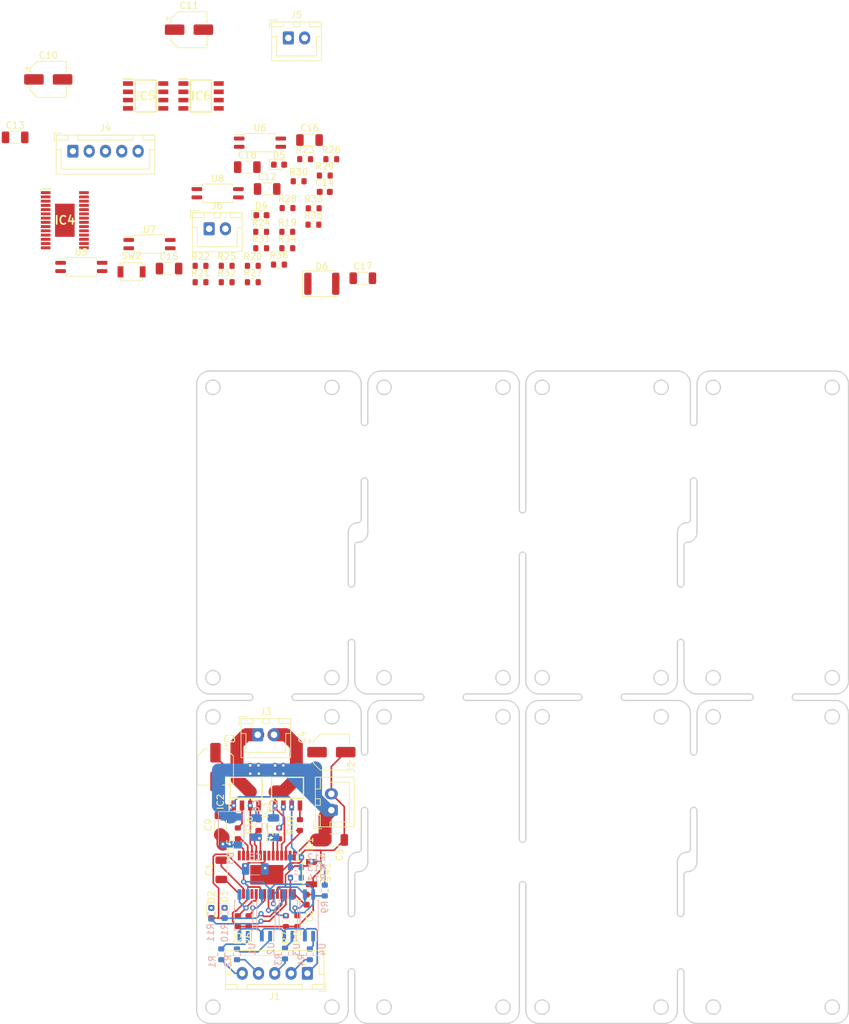
<source format=kicad_pcb>
(kicad_pcb (version 20171130) (host pcbnew "(5.1.9)-1")
  (layers (0 F.Cu signal) (31 B.Cu signal) (34 B.Paste user) (35 F.Paste user) (36 B.SilkS user) (37 F.SilkS user) (38 B.Mask user) (39 F.Mask user) (44 Edge.Cuts user))
  (net 0 "")
  (net 1 "Net-(C1-Pad2)")
  (net 2 "Net-(C1-Pad1)")
  (net 3 GND)
  (net 4 "Net-(C2-Pad1)")
  (net 5 VCC)
  (net 6 VREG1)
  (net 7 "Net-(C12-Pad1)")
  (net 8 "Net-(C14-Pad1)")
  (net 9 VREG2)
  (net 10 5V_1)
  (net 11 "Net-(D1-Pad1)")
  (net 12 "Net-(D2-Pad1)")
  (net 13 5V_2)
  (net 14 "Net-(D4-Pad1)")
  (net 15 "Net-(D5-Pad1)")
  (net 16 "Net-(J1-Pad5)")
  (net 17 "Net-(J1-Pad4)")
  (net 18 "Net-(J1-Pad3)")
  (net 19 "Net-(J1-Pad2)")
  (net 20 GND1)
  (net 21 "Net-(R1-Pad2)")
  (net 22 "Net-(R2-Pad2)")
  (net 23 "Net-(R3-Pad2)")
  (net 24 "Net-(R4-Pad2)")
  (net 25 "Net-(R12-Pad1)")
  (net 26 "Net-(R13-Pad2)")
  (net 27 "Net-(R19-Pad2)")
  (net 28 "Net-(R20-Pad2)")
  (net 29 "Net-(R21-Pad2)")
  (net 30 "Net-(R22-Pad2)")
  (net 31 "Net-(R30-Pad1)")
  (net 32 "Net-(R31-Pad2)")
  (net 33 VBB1)
  (net 34 VBB2)
  (net 35 "Net-(IC1-Pad27)")
  (net 36 "Net-(IC1-Pad26)")
  (net 37 "Net-(IC1-Pad25)")
  (net 38 "Net-(IC1-Pad24)")
  (net 39 "Net-(IC1-Pad23)")
  (net 40 "Net-(IC1-Pad22)")
  (net 41 "Net-(IC1-Pad21)")
  (net 42 "Net-(IC1-Pad19)")
  (net 43 "Net-(IC1-Pad18)")
  (net 44 "Net-(IC1-Pad14)")
  (net 45 "Net-(IC1-Pad12)")
  (net 46 "Net-(IC1-Pad10)")
  (net 47 "Net-(IC1-Pad7)")
  (net 48 "Net-(IC1-Pad5)")
  (net 49 "Net-(IC1-Pad3)")
  (net 50 "Net-(C6-Pad2)")
  (net 51 "Net-(C6-Pad1)")
  (net 52 "Net-(IC2-Pad4)")
  (net 53 "Net-(IC2-Pad2)")
  (net 54 "Net-(IC3-Pad4)")
  (net 55 "Net-(IC3-Pad2)")
  (net 56 "Net-(IC4-Pad27)")
  (net 57 "Net-(IC4-Pad26)")
  (net 58 "Net-(IC4-Pad25)")
  (net 59 "Net-(IC4-Pad24)")
  (net 60 "Net-(IC4-Pad23)")
  (net 61 "Net-(IC4-Pad22)")
  (net 62 "Net-(IC4-Pad21)")
  (net 63 "Net-(IC4-Pad19)")
  (net 64 "Net-(IC4-Pad18)")
  (net 65 "Net-(IC4-Pad14)")
  (net 66 "Net-(IC4-Pad12)")
  (net 67 "Net-(IC4-Pad10)")
  (net 68 "Net-(IC4-Pad7)")
  (net 69 "Net-(IC4-Pad5)")
  (net 70 "Net-(IC4-Pad3)")
  (net 71 "Net-(IC5-Pad4)")
  (net 72 "Net-(IC5-Pad2)")
  (net 73 "Net-(IC6-Pad4)")
  (net 74 "Net-(IC6-Pad2)")
  (net 75 "Net-(C7-Pad2)")
  (net 76 "Net-(C7-Pad1)")
  (net 77 "Net-(C12-Pad2)")
  (net 78 "Net-(C15-Pad2)")
  (net 79 "Net-(C15-Pad1)")
  (net 80 "Net-(C16-Pad2)")
  (net 81 "Net-(C16-Pad1)")
  (net 82 "Net-(J4-Pad5)")
  (net 83 "Net-(J4-Pad4)")
  (net 84 "Net-(J4-Pad3)")
  (net 85 "Net-(J4-Pad2)")
  (net 86 GND2)
  (module Connector_JST:JST_XH_B2B-XH-A_1x02_P2.50mm_Vertical (layer F.Cu) (at 166.37 7.62)
    (fp_text reference J5 (at 1.25 -3.55) (layer F.SilkS))
    (fp_text value Connector_Generic_Conn_01x02)
    (pad 1 thru_hole roundrect (at 0 0) (size 1.7 2) (drill 1) (layers *.Cu *.Mask) (roundrect_rratio 0.147059) (net 5 VCC))
    (pad 2 thru_hole oval (at 2.5 0) (size 1.7 2) (drill 1) (layers *.Cu *.Mask) (net 3 GND))
  )
  (module Capacitor_SMD:C_1206_3216Metric (layer F.Cu) (at 124.46 22.86)
    (fp_text reference C13 (at 0 -1.85) (layer F.SilkS))
    (fp_text value 0.47u)
    (pad 1 smd roundrect (at -1.475 0) (size 1.15 1.8) (layers F.Cu F.Paste F.Mask) (roundrect_rratio 0.217391) (net 5 VCC))
    (pad 2 smd roundrect (at 1.475 0) (size 1.15 1.8) (layers F.Cu F.Paste F.Mask) (roundrect_rratio 0.217391) (net 3 GND))
  )
  (module Capacitor_SMD:CP_Elec_5x3 (layer F.Cu) (at 151.13 6.35)
    (fp_text reference C11 (at 0 -3.7) (layer F.SilkS))
    (fp_text value 220u)
    (pad 1 smd roundrect (at -2.2 0) (size 3 1.6) (layers F.Cu F.Paste F.Mask) (roundrect_rratio 0.15625) (net 5 VCC))
    (pad 2 smd roundrect (at 2.2 0) (size 3 1.6) (layers F.Cu F.Paste F.Mask) (roundrect_rratio 0.15625) (net 3 GND))
  )
  (module Capacitor_SMD:CP_Elec_5x3 (layer F.Cu) (at 129.54 13.97)
    (fp_text reference C10 (at 0 -3.7) (layer F.SilkS))
    (fp_text value 220u)
    (pad 1 smd roundrect (at -2.2 0) (size 3 1.6) (layers F.Cu F.Paste F.Mask) (roundrect_rratio 0.15625) (net 5 VCC))
    (pad 2 smd roundrect (at 2.2 0) (size 3 1.6) (layers F.Cu F.Paste F.Mask) (roundrect_rratio 0.15625) (net 3 GND))
  )
  (module Capacitor_SMD:CP_Elec_5x3 (layer F.Cu) (at 172.974 117.094)
    (fp_text reference C4 (at -4.445 -2.286 -90) (layer F.SilkS))
    (fp_text value 220u)
    (pad 1 smd roundrect (at -2.2 0) (size 3 1.6) (layers F.Cu F.Paste F.Mask) (roundrect_rratio 0.15625) (net 5 VCC))
    (pad 2 smd roundrect (at 2.2 0) (size 3 1.6) (layers F.Cu F.Paste F.Mask) (roundrect_rratio 0.15625) (net 3 GND))
  )
  (module SamacSys_Parts:SOIC127P600X175-8N (layer F.Cu) (at 152.98 16.51)
    (fp_text reference IC6 (at 0 0) (layer F.SilkS) (effects (font (size 1.27 1.27) (thickness 0.254))))
    (fp_text value SI4900DY-T1-E3 hide)
    (pad 1 smd rect (at -2.712 -1.905 90) (size 0.7 1.525) (layers F.Cu F.Paste F.Mask) (net 80 "Net-(C16-Pad2)"))
    (pad 2 smd rect (at -2.712 -0.635 90) (size 0.7 1.525) (layers F.Cu F.Paste F.Mask) (net 74 "Net-(IC6-Pad2)"))
    (pad 3 smd rect (at -2.712 0.635 90) (size 0.7 1.525) (layers F.Cu F.Paste F.Mask) (net 3 GND))
    (pad 4 smd rect (at -2.712 1.905 90) (size 0.7 1.525) (layers F.Cu F.Paste F.Mask) (net 73 "Net-(IC6-Pad4)"))
    (pad 5 smd rect (at 2.712 1.905 90) (size 0.7 1.525) (layers F.Cu F.Paste F.Mask) (net 80 "Net-(C16-Pad2)"))
    (pad 6 smd rect (at 2.712 0.635 90) (size 0.7 1.525) (layers F.Cu F.Paste F.Mask) (net 80 "Net-(C16-Pad2)"))
    (pad 7 smd rect (at 2.712 -0.635 90) (size 0.7 1.525) (layers F.Cu F.Paste F.Mask) (net 5 VCC))
    (pad 8 smd rect (at 2.712 -1.905 90) (size 0.7 1.525) (layers F.Cu F.Paste F.Mask) (net 5 VCC))
  )
  (module SamacSys_Parts:SOIC127P600X175-8N (layer F.Cu) (at 144.48 16.51)
    (fp_text reference IC5 (at 0 0) (layer F.SilkS) (effects (font (size 1.27 1.27) (thickness 0.254))))
    (fp_text value SI4900DY-T1-E3 hide)
    (pad 1 smd rect (at -2.712 -1.905 90) (size 0.7 1.525) (layers F.Cu F.Paste F.Mask) (net 3 GND))
    (pad 2 smd rect (at -2.712 -0.635 90) (size 0.7 1.525) (layers F.Cu F.Paste F.Mask) (net 72 "Net-(IC5-Pad2)"))
    (pad 3 smd rect (at -2.712 0.635 90) (size 0.7 1.525) (layers F.Cu F.Paste F.Mask) (net 78 "Net-(C15-Pad2)"))
    (pad 4 smd rect (at -2.712 1.905 90) (size 0.7 1.525) (layers F.Cu F.Paste F.Mask) (net 71 "Net-(IC5-Pad4)"))
    (pad 5 smd rect (at 2.712 1.905 90) (size 0.7 1.525) (layers F.Cu F.Paste F.Mask) (net 5 VCC))
    (pad 6 smd rect (at 2.712 0.635 90) (size 0.7 1.525) (layers F.Cu F.Paste F.Mask) (net 5 VCC))
    (pad 7 smd rect (at 2.712 -0.635 90) (size 0.7 1.525) (layers F.Cu F.Paste F.Mask) (net 78 "Net-(C15-Pad2)"))
    (pad 8 smd rect (at 2.712 -1.905 90) (size 0.7 1.525) (layers F.Cu F.Paste F.Mask) (net 78 "Net-(C15-Pad2)"))
  )
  (module SamacSys_Parts:SOIC127P600X175-8N (layer F.Cu) (at 166.243 122.555 90)
    (fp_text reference IC3 (at -3.429 -3.429 90) (layer F.SilkS))
    (fp_text value SI4900DY-T1-E3 hide)
    (pad 1 smd rect (at -2.712 -1.905 180) (size 0.7 1.525) (layers F.Cu F.Paste F.Mask) (net 75 "Net-(C7-Pad2)"))
    (pad 2 smd rect (at -2.712 -0.635 180) (size 0.7 1.525) (layers F.Cu F.Paste F.Mask) (net 55 "Net-(IC3-Pad2)"))
    (pad 3 smd rect (at -2.712 0.635 180) (size 0.7 1.525) (layers F.Cu F.Paste F.Mask) (net 3 GND))
    (pad 4 smd rect (at -2.712 1.905 180) (size 0.7 1.525) (layers F.Cu F.Paste F.Mask) (net 54 "Net-(IC3-Pad4)"))
    (pad 5 smd rect (at 2.712 1.905 180) (size 0.7 1.525) (layers F.Cu F.Paste F.Mask) (net 75 "Net-(C7-Pad2)"))
    (pad 6 smd rect (at 2.712 0.635 180) (size 0.7 1.525) (layers F.Cu F.Paste F.Mask) (net 75 "Net-(C7-Pad2)"))
    (pad 7 smd rect (at 2.712 -0.635 180) (size 0.7 1.525) (layers F.Cu F.Paste F.Mask) (net 5 VCC))
    (pad 8 smd rect (at 2.712 -1.905 180) (size 0.7 1.525) (layers F.Cu F.Paste F.Mask) (net 5 VCC))
  )
  (module SamacSys_Parts:SOIC127P600X175-8N (layer F.Cu) (at 159.893 122.555 90)
    (fp_text reference IC2 (at -2.159 -3.937 90) (layer F.SilkS))
    (fp_text value SI4900DY-T1-E3 hide)
    (pad 1 smd rect (at -2.712 -1.905 180) (size 0.7 1.525) (layers F.Cu F.Paste F.Mask) (net 3 GND))
    (pad 2 smd rect (at -2.712 -0.635 180) (size 0.7 1.525) (layers F.Cu F.Paste F.Mask) (net 53 "Net-(IC2-Pad2)"))
    (pad 3 smd rect (at -2.712 0.635 180) (size 0.7 1.525) (layers F.Cu F.Paste F.Mask) (net 50 "Net-(C6-Pad2)"))
    (pad 4 smd rect (at -2.712 1.905 180) (size 0.7 1.525) (layers F.Cu F.Paste F.Mask) (net 52 "Net-(IC2-Pad4)"))
    (pad 5 smd rect (at 2.712 1.905 180) (size 0.7 1.525) (layers F.Cu F.Paste F.Mask) (net 5 VCC))
    (pad 6 smd rect (at 2.712 0.635 180) (size 0.7 1.525) (layers F.Cu F.Paste F.Mask) (net 5 VCC))
    (pad 7 smd rect (at 2.712 -0.635 180) (size 0.7 1.525) (layers F.Cu F.Paste F.Mask) (net 50 "Net-(C6-Pad2)"))
    (pad 8 smd rect (at 2.712 -1.905 180) (size 0.7 1.525) (layers F.Cu F.Paste F.Mask) (net 50 "Net-(C6-Pad2)"))
  )
  (module SamacSys_Parts:SOP65P640X120-29N (layer F.Cu) (at 132.08 35.56)
    (fp_text reference IC4 (at 0 0) (layer F.SilkS) (effects (font (size 1.27 1.27) (thickness 0.254))))
    (fp_text value A3921KLPTR-T hide)
    (pad 1 smd rect (at -2.938 -4.225 90) (size 0.45 1.475) (layers F.Cu F.Paste F.Mask) (net 5 VCC))
    (pad 2 smd rect (at -2.938 -3.575 90) (size 0.45 1.475) (layers F.Cu F.Paste F.Mask) (net 3 GND))
    (pad 3 smd rect (at -2.938 -2.925 90) (size 0.45 1.475) (layers F.Cu F.Paste F.Mask) (net 70 "Net-(IC4-Pad3)"))
    (pad 4 smd rect (at -2.938 -2.275 90) (size 0.45 1.475) (layers F.Cu F.Paste F.Mask) (net 80 "Net-(C16-Pad2)"))
    (pad 5 smd rect (at -2.938 -1.625 90) (size 0.45 1.475) (layers F.Cu F.Paste F.Mask) (net 69 "Net-(IC4-Pad5)"))
    (pad 6 smd rect (at -2.938 -0.975 90) (size 0.45 1.475) (layers F.Cu F.Paste F.Mask) (net 81 "Net-(C16-Pad1)"))
    (pad 7 smd rect (at -2.938 -0.325 90) (size 0.45 1.475) (layers F.Cu F.Paste F.Mask) (net 68 "Net-(IC4-Pad7)"))
    (pad 8 smd rect (at -2.938 0.325 90) (size 0.45 1.475) (layers F.Cu F.Paste F.Mask) (net 9 VREG2))
    (pad 9 smd rect (at -2.938 0.975 90) (size 0.45 1.475) (layers F.Cu F.Paste F.Mask) (net 79 "Net-(C15-Pad1)"))
    (pad 10 smd rect (at -2.938 1.625 90) (size 0.45 1.475) (layers F.Cu F.Paste F.Mask) (net 67 "Net-(IC4-Pad10)"))
    (pad 11 smd rect (at -2.938 2.275 90) (size 0.45 1.475) (layers F.Cu F.Paste F.Mask) (net 78 "Net-(C15-Pad2)"))
    (pad 12 smd rect (at -2.938 2.925 90) (size 0.45 1.475) (layers F.Cu F.Paste F.Mask) (net 66 "Net-(IC4-Pad12)"))
    (pad 13 smd rect (at -2.938 3.575 90) (size 0.45 1.475) (layers F.Cu F.Paste F.Mask) (net 34 VBB2))
    (pad 14 smd rect (at -2.938 4.225 90) (size 0.45 1.475) (layers F.Cu F.Paste F.Mask) (net 65 "Net-(IC4-Pad14)"))
    (pad 15 smd rect (at 2.938 4.225 90) (size 0.45 1.475) (layers F.Cu F.Paste F.Mask) (net 7 "Net-(C12-Pad1)"))
    (pad 16 smd rect (at 2.938 3.575 90) (size 0.45 1.475) (layers F.Cu F.Paste F.Mask) (net 77 "Net-(C12-Pad2)"))
    (pad 17 smd rect (at 2.938 2.925 90) (size 0.45 1.475) (layers F.Cu F.Paste F.Mask) (net 3 GND))
    (pad 18 smd rect (at 2.938 2.275 90) (size 0.45 1.475) (layers F.Cu F.Paste F.Mask) (net 64 "Net-(IC4-Pad18)"))
    (pad 19 smd rect (at 2.938 1.625 90) (size 0.45 1.475) (layers F.Cu F.Paste F.Mask) (net 63 "Net-(IC4-Pad19)"))
    (pad 20 smd rect (at 2.938 0.975 90) (size 0.45 1.475) (layers F.Cu F.Paste F.Mask) (net 13 5V_2))
    (pad 21 smd rect (at 2.938 0.325 90) (size 0.45 1.475) (layers F.Cu F.Paste F.Mask) (net 62 "Net-(IC4-Pad21)"))
    (pad 22 smd rect (at 2.938 -0.325 90) (size 0.45 1.475) (layers F.Cu F.Paste F.Mask) (net 61 "Net-(IC4-Pad22)"))
    (pad 23 smd rect (at 2.938 -0.975 90) (size 0.45 1.475) (layers F.Cu F.Paste F.Mask) (net 60 "Net-(IC4-Pad23)"))
    (pad 24 smd rect (at 2.938 -1.625 90) (size 0.45 1.475) (layers F.Cu F.Paste F.Mask) (net 59 "Net-(IC4-Pad24)"))
    (pad 25 smd rect (at 2.938 -2.275 90) (size 0.45 1.475) (layers F.Cu F.Paste F.Mask) (net 58 "Net-(IC4-Pad25)"))
    (pad 26 smd rect (at 2.938 -2.925 90) (size 0.45 1.475) (layers F.Cu F.Paste F.Mask) (net 57 "Net-(IC4-Pad26)"))
    (pad 27 smd rect (at 2.938 -3.575 90) (size 0.45 1.475) (layers F.Cu F.Paste F.Mask) (net 56 "Net-(IC4-Pad27)"))
    (pad 28 smd rect (at 2.938 -4.225 90) (size 0.45 1.475) (layers F.Cu F.Paste F.Mask) (net 8 "Net-(C14-Pad1)"))
    (pad 29 smd rect (at 0 0) (size 3 5.08) (layers F.Cu F.Paste F.Mask) (net 3 GND))
  )
  (module SamacSys_Parts:SOP65P640X120-29N (layer F.Cu) (at 163.068 135.89 270)
    (fp_text reference IC1 (at -4.572 -6.604 90) (layer F.SilkS))
    (fp_text value A3921KLPTR-T hide)
    (pad 1 smd rect (at -2.938 -4.225) (size 0.45 1.475) (layers F.Cu F.Paste F.Mask) (net 5 VCC))
    (pad 2 smd rect (at -2.938 -3.575) (size 0.45 1.475) (layers F.Cu F.Paste F.Mask) (net 3 GND))
    (pad 3 smd rect (at -2.938 -2.925) (size 0.45 1.475) (layers F.Cu F.Paste F.Mask) (net 49 "Net-(IC1-Pad3)"))
    (pad 4 smd rect (at -2.938 -2.275) (size 0.45 1.475) (layers F.Cu F.Paste F.Mask) (net 75 "Net-(C7-Pad2)"))
    (pad 5 smd rect (at -2.938 -1.625) (size 0.45 1.475) (layers F.Cu F.Paste F.Mask) (net 48 "Net-(IC1-Pad5)"))
    (pad 6 smd rect (at -2.938 -0.975) (size 0.45 1.475) (layers F.Cu F.Paste F.Mask) (net 76 "Net-(C7-Pad1)"))
    (pad 7 smd rect (at -2.938 -0.325) (size 0.45 1.475) (layers F.Cu F.Paste F.Mask) (net 47 "Net-(IC1-Pad7)"))
    (pad 8 smd rect (at -2.938 0.325) (size 0.45 1.475) (layers F.Cu F.Paste F.Mask) (net 6 VREG1))
    (pad 9 smd rect (at -2.938 0.975) (size 0.45 1.475) (layers F.Cu F.Paste F.Mask) (net 51 "Net-(C6-Pad1)"))
    (pad 10 smd rect (at -2.938 1.625) (size 0.45 1.475) (layers F.Cu F.Paste F.Mask) (net 46 "Net-(IC1-Pad10)"))
    (pad 11 smd rect (at -2.938 2.275) (size 0.45 1.475) (layers F.Cu F.Paste F.Mask) (net 50 "Net-(C6-Pad2)"))
    (pad 12 smd rect (at -2.938 2.925) (size 0.45 1.475) (layers F.Cu F.Paste F.Mask) (net 45 "Net-(IC1-Pad12)"))
    (pad 13 smd rect (at -2.938 3.575) (size 0.45 1.475) (layers F.Cu F.Paste F.Mask) (net 33 VBB1))
    (pad 14 smd rect (at -2.938 4.225) (size 0.45 1.475) (layers F.Cu F.Paste F.Mask) (net 44 "Net-(IC1-Pad14)"))
    (pad 15 smd rect (at 2.938 4.225) (size 0.45 1.475) (layers F.Cu F.Paste F.Mask) (net 2 "Net-(C1-Pad1)"))
    (pad 16 smd rect (at 2.938 3.575) (size 0.45 1.475) (layers F.Cu F.Paste F.Mask) (net 1 "Net-(C1-Pad2)"))
    (pad 17 smd rect (at 2.938 2.925) (size 0.45 1.475) (layers F.Cu F.Paste F.Mask) (net 3 GND))
    (pad 18 smd rect (at 2.938 2.275) (size 0.45 1.475) (layers F.Cu F.Paste F.Mask) (net 43 "Net-(IC1-Pad18)"))
    (pad 19 smd rect (at 2.938 1.625) (size 0.45 1.475) (layers F.Cu F.Paste F.Mask) (net 42 "Net-(IC1-Pad19)"))
    (pad 20 smd rect (at 2.938 0.975) (size 0.45 1.475) (layers F.Cu F.Paste F.Mask) (net 10 5V_1))
    (pad 21 smd rect (at 2.938 0.325) (size 0.45 1.475) (layers F.Cu F.Paste F.Mask) (net 41 "Net-(IC1-Pad21)"))
    (pad 22 smd rect (at 2.938 -0.325) (size 0.45 1.475) (layers F.Cu F.Paste F.Mask) (net 40 "Net-(IC1-Pad22)"))
    (pad 23 smd rect (at 2.938 -0.975) (size 0.45 1.475) (layers F.Cu F.Paste F.Mask) (net 39 "Net-(IC1-Pad23)"))
    (pad 24 smd rect (at 2.938 -1.625) (size 0.45 1.475) (layers F.Cu F.Paste F.Mask) (net 38 "Net-(IC1-Pad24)"))
    (pad 25 smd rect (at 2.938 -2.275) (size 0.45 1.475) (layers F.Cu F.Paste F.Mask) (net 37 "Net-(IC1-Pad25)"))
    (pad 26 smd rect (at 2.938 -2.925) (size 0.45 1.475) (layers F.Cu F.Paste F.Mask) (net 36 "Net-(IC1-Pad26)"))
    (pad 27 smd rect (at 2.938 -3.575) (size 0.45 1.475) (layers F.Cu F.Paste F.Mask) (net 35 "Net-(IC1-Pad27)"))
    (pad 28 smd rect (at 2.938 -4.225) (size 0.45 1.475) (layers F.Cu F.Paste F.Mask) (net 4 "Net-(C2-Pad1)"))
    (pad 29 smd rect (at 0 0 270) (size 3 5.08) (layers F.Cu F.Paste F.Mask) (net 3 GND))
  )
  (module Diode_SMD:D_1812_4532Metric (layer F.Cu) (at 171.505 45.295)
    (fp_text reference D6 (at 0 -2.65) (layer F.SilkS))
    (fp_text value DIODE)
    (pad 1 smd roundrect (at -2.1375 0) (size 1.125 3.4) (layers F.Cu F.Paste F.Mask) (roundrect_rratio 0.222222) (net 5 VCC))
    (pad 2 smd roundrect (at 2.1375 0) (size 1.125 3.4) (layers F.Cu F.Paste F.Mask) (roundrect_rratio 0.222222) (net 34 VBB2))
  )
  (module Capacitor_SMD:C_1206_3216Metric (layer F.Cu) (at 177.8 44.45)
    (fp_text reference C17 (at 0 -1.85) (layer F.SilkS))
    (fp_text value 0.47u)
    (pad 1 smd roundrect (at -1.475 0) (size 1.15 1.8) (layers F.Cu F.Paste F.Mask) (roundrect_rratio 0.217391) (net 34 VBB2))
    (pad 2 smd roundrect (at 1.475 0) (size 1.15 1.8) (layers F.Cu F.Paste F.Mask) (roundrect_rratio 0.217391) (net 3 GND))
  )
  (module Package_SO:SOP-4_4.4x2.6mm_P1.27mm (layer F.Cu) (at 155.52 31.42)
    (fp_text reference U8 (at 0 -2.25) (layer F.SilkS))
    (fp_text value FODM217A)
    (pad 1 smd roundrect (at -3.1875 -0.635) (size 1.625 0.6) (layers F.Cu F.Paste F.Mask) (net 30 "Net-(R22-Pad2)"))
    (pad 2 smd roundrect (at -3.1875 0.635) (size 1.625 0.6) (layers F.Cu F.Paste F.Mask) (net 86 GND2))
    (pad 3 smd roundrect (at 3.1875 0.635) (size 1.625 0.6) (layers F.Cu F.Paste F.Mask) (net 60 "Net-(IC4-Pad23)"))
    (pad 4 smd roundrect (at 3.1875 -0.635) (size 1.625 0.6) (layers F.Cu F.Paste F.Mask) (net 13 5V_2))
  )
  (module Package_SO:SOP-4_4.4x2.6mm_P1.27mm (layer F.Cu) (at 145.07 39.22)
    (fp_text reference U7 (at 0 -2.25) (layer F.SilkS))
    (fp_text value FODM217A)
    (pad 1 smd roundrect (at -3.1875 -0.635) (size 1.625 0.6) (layers F.Cu F.Paste F.Mask) (net 29 "Net-(R21-Pad2)"))
    (pad 2 smd roundrect (at -3.1875 0.635) (size 1.625 0.6) (layers F.Cu F.Paste F.Mask) (net 86 GND2))
    (pad 3 smd roundrect (at 3.1875 0.635) (size 1.625 0.6) (layers F.Cu F.Paste F.Mask) (net 61 "Net-(IC4-Pad22)"))
    (pad 4 smd roundrect (at 3.1875 -0.635) (size 1.625 0.6) (layers F.Cu F.Paste F.Mask) (net 13 5V_2))
  )
  (module Package_SO:SOP-4_4.4x2.6mm_P1.27mm (layer F.Cu) (at 162.02 23.67)
    (fp_text reference U6 (at 0 -2.25) (layer F.SilkS))
    (fp_text value FODM217A)
    (pad 1 smd roundrect (at -3.1875 -0.635) (size 1.625 0.6) (layers F.Cu F.Paste F.Mask) (net 28 "Net-(R20-Pad2)"))
    (pad 2 smd roundrect (at -3.1875 0.635) (size 1.625 0.6) (layers F.Cu F.Paste F.Mask) (net 86 GND2))
    (pad 3 smd roundrect (at 3.1875 0.635) (size 1.625 0.6) (layers F.Cu F.Paste F.Mask) (net 62 "Net-(IC4-Pad21)"))
    (pad 4 smd roundrect (at 3.1875 -0.635) (size 1.625 0.6) (layers F.Cu F.Paste F.Mask) (net 13 5V_2))
  )
  (module Package_SO:SOP-4_4.4x2.6mm_P1.27mm (layer F.Cu) (at 134.62 42.72)
    (fp_text reference U5 (at 0 -2.25) (layer F.SilkS))
    (fp_text value FODM217A)
    (pad 1 smd roundrect (at -3.1875 -0.635) (size 1.625 0.6) (layers F.Cu F.Paste F.Mask) (net 27 "Net-(R19-Pad2)"))
    (pad 2 smd roundrect (at -3.1875 0.635) (size 1.625 0.6) (layers F.Cu F.Paste F.Mask) (net 86 GND2))
    (pad 3 smd roundrect (at 3.1875 0.635) (size 1.625 0.6) (layers F.Cu F.Paste F.Mask) (net 63 "Net-(IC4-Pad19)"))
    (pad 4 smd roundrect (at 3.1875 -0.635) (size 1.625 0.6) (layers F.Cu F.Paste F.Mask) (net 13 5V_2))
  )
  (module Package_SO:SOP-4_4.4x2.6mm_P1.27mm (layer B.Cu) (at 169.545 142.113 90)
    (fp_text reference U4 (at -5.207 2.032 90) (layer B.SilkS) (effects (justify mirror)))
    (fp_text value FODM217A)
    (pad 1 smd roundrect (at -3.1875 0.635 90) (size 1.625 0.6) (layers B.Cu B.Paste B.Mask) (net 24 "Net-(R4-Pad2)"))
    (pad 2 smd roundrect (at -3.1875 -0.635 90) (size 1.625 0.6) (layers B.Cu B.Paste B.Mask) (net 20 GND1))
    (pad 3 smd roundrect (at 3.1875 -0.635 90) (size 1.625 0.6) (layers B.Cu B.Paste B.Mask) (net 39 "Net-(IC1-Pad23)"))
    (pad 4 smd roundrect (at 3.1875 0.635 90) (size 1.625 0.6) (layers B.Cu B.Paste B.Mask) (net 10 5V_1))
  )
  (module Package_SO:SOP-4_4.4x2.6mm_P1.27mm (layer B.Cu) (at 166.37 142.113 90)
    (fp_text reference U3 (at -5.207 1.27 90) (layer B.SilkS) (effects (justify mirror)))
    (fp_text value FODM217A)
    (pad 1 smd roundrect (at -3.1875 0.635 90) (size 1.625 0.6) (layers B.Cu B.Paste B.Mask) (net 23 "Net-(R3-Pad2)"))
    (pad 2 smd roundrect (at -3.1875 -0.635 90) (size 1.625 0.6) (layers B.Cu B.Paste B.Mask) (net 20 GND1))
    (pad 3 smd roundrect (at 3.1875 -0.635 90) (size 1.625 0.6) (layers B.Cu B.Paste B.Mask) (net 40 "Net-(IC1-Pad22)"))
    (pad 4 smd roundrect (at 3.1875 0.635 90) (size 1.625 0.6) (layers B.Cu B.Paste B.Mask) (net 10 5V_1))
  )
  (module Package_SO:SOP-4_4.4x2.6mm_P1.27mm (layer B.Cu) (at 162.941 142.113 90)
    (fp_text reference U2 (at -5.08 0.762 90) (layer B.SilkS) (effects (justify mirror)))
    (fp_text value FODM217A)
    (pad 1 smd roundrect (at -3.1875 0.635 90) (size 1.625 0.6) (layers B.Cu B.Paste B.Mask) (net 22 "Net-(R2-Pad2)"))
    (pad 2 smd roundrect (at -3.1875 -0.635 90) (size 1.625 0.6) (layers B.Cu B.Paste B.Mask) (net 20 GND1))
    (pad 3 smd roundrect (at 3.1875 -0.635 90) (size 1.625 0.6) (layers B.Cu B.Paste B.Mask) (net 41 "Net-(IC1-Pad21)"))
    (pad 4 smd roundrect (at 3.1875 0.635 90) (size 1.625 0.6) (layers B.Cu B.Paste B.Mask) (net 10 5V_1))
  )
  (module Package_SO:SOP-4_4.4x2.6mm_P1.27mm (layer B.Cu) (at 159.512 142.113 90)
    (fp_text reference U1 (at -5.207 1.27 90) (layer B.SilkS) (effects (justify mirror)))
    (fp_text value FODM217A)
    (pad 1 smd roundrect (at -3.1875 0.635 90) (size 1.625 0.6) (layers B.Cu B.Paste B.Mask) (net 21 "Net-(R1-Pad2)"))
    (pad 2 smd roundrect (at -3.1875 -0.635 90) (size 1.625 0.6) (layers B.Cu B.Paste B.Mask) (net 20 GND1))
    (pad 3 smd roundrect (at 3.1875 -0.635 90) (size 1.625 0.6) (layers B.Cu B.Paste B.Mask) (net 42 "Net-(IC1-Pad19)"))
    (pad 4 smd roundrect (at 3.1875 0.635 90) (size 1.625 0.6) (layers B.Cu B.Paste B.Mask) (net 10 5V_1))
  )
  (module Button_Switch_SMD:SW_SPST_B3U-1000P (layer F.Cu) (at 142.32 43.47)
    (fp_text reference SW2 (at 0 -2.5) (layer F.SilkS))
    (fp_text value SW_Push)
    (pad 1 smd rect (at -1.7 0) (size 0.9 1.7) (layers F.Cu F.Paste F.Mask) (net 3 GND))
    (pad 2 smd rect (at 1.7 0) (size 0.9 1.7) (layers F.Cu F.Paste F.Mask) (net 59 "Net-(IC4-Pad24)"))
  )
  (module Button_Switch_SMD:SW_SPST_B3U-1000P (layer F.Cu) (at 169.926 135.636 90)
    (fp_text reference SW1 (at 0.127 2.413 90) (layer F.SilkS))
    (fp_text value SW_Push)
    (pad 1 smd rect (at -1.7 0 90) (size 0.9 1.7) (layers F.Cu F.Paste F.Mask) (net 3 GND))
    (pad 2 smd rect (at 1.7 0 90) (size 0.9 1.7) (layers F.Cu F.Paste F.Mask) (net 38 "Net-(IC1-Pad24)"))
  )
  (module Resistor_SMD:R_0603_1608Metric (layer F.Cu) (at 164.93 42.36)
    (fp_text reference R36 (at 0 -1.43) (layer F.SilkS))
    (fp_text value 15)
    (pad 1 smd roundrect (at -0.825 0) (size 0.8 0.95) (layers F.Cu F.Paste F.Mask) (net 70 "Net-(IC4-Pad3)"))
    (pad 2 smd roundrect (at 0.825 0) (size 0.8 0.95) (layers F.Cu F.Paste F.Mask) (net 73 "Net-(IC6-Pad4)"))
  )
  (module Resistor_SMD:R_0603_1608Metric (layer F.Cu) (at 170.22 36.24)
    (fp_text reference R35 (at 0 -1.43) (layer F.SilkS))
    (fp_text value 15)
    (pad 1 smd roundrect (at -0.825 0) (size 0.8 0.95) (layers F.Cu F.Paste F.Mask) (net 69 "Net-(IC4-Pad5)"))
    (pad 2 smd roundrect (at 0.825 0) (size 0.8 0.95) (layers F.Cu F.Paste F.Mask) (net 74 "Net-(IC6-Pad2)"))
  )
  (module Resistor_SMD:R_0603_1608Metric (layer F.Cu) (at 166.21 39.85)
    (fp_text reference R34 (at 0 -1.43) (layer F.SilkS))
    (fp_text value 15)
    (pad 1 smd roundrect (at -0.825 0) (size 0.8 0.95) (layers F.Cu F.Paste F.Mask) (net 67 "Net-(IC4-Pad10)"))
    (pad 2 smd roundrect (at 0.825 0) (size 0.8 0.95) (layers F.Cu F.Paste F.Mask) (net 71 "Net-(IC5-Pad4)"))
  )
  (module Resistor_SMD:R_0603_1608Metric (layer F.Cu) (at 170.26 33.73)
    (fp_text reference R33 (at 0 -1.43) (layer F.SilkS))
    (fp_text value 15)
    (pad 1 smd roundrect (at -0.825 0) (size 0.8 0.95) (layers F.Cu F.Paste F.Mask) (net 66 "Net-(IC4-Pad12)"))
    (pad 2 smd roundrect (at 0.825 0) (size 0.8 0.95) (layers F.Cu F.Paste F.Mask) (net 72 "Net-(IC5-Pad2)"))
  )
  (module Resistor_SMD:R_0603_1608Metric (layer F.Cu) (at 156.91 45.06)
    (fp_text reference R32 (at 0 -1.43) (layer F.SilkS))
    (fp_text value 1k)
    (pad 1 smd roundrect (at -0.825 0) (size 0.8 0.95) (layers F.Cu F.Paste F.Mask) (net 56 "Net-(IC4-Pad27)"))
    (pad 2 smd roundrect (at 0.825 0) (size 0.8 0.95) (layers F.Cu F.Paste F.Mask) (net 32 "Net-(R31-Pad2)"))
  )
  (module Resistor_SMD:R_0603_1608Metric (layer F.Cu) (at 162.2 39.85)
    (fp_text reference R31 (at 0 -1.43) (layer F.SilkS))
    (fp_text value 1k)
    (pad 1 smd roundrect (at -0.825 0) (size 0.8 0.95) (layers F.Cu F.Paste F.Mask) (net 31 "Net-(R30-Pad1)"))
    (pad 2 smd roundrect (at 0.825 0) (size 0.8 0.95) (layers F.Cu F.Paste F.Mask) (net 32 "Net-(R31-Pad2)"))
  )
  (module Resistor_SMD:R_0603_1608Metric (layer F.Cu) (at 167.95 29.59)
    (fp_text reference R30 (at 0 -1.43) (layer F.SilkS))
    (fp_text value 1k)
    (pad 1 smd roundrect (at -0.825 0) (size 0.8 0.95) (layers F.Cu F.Paste F.Mask) (net 31 "Net-(R30-Pad1)"))
    (pad 2 smd roundrect (at 0.825 0) (size 0.8 0.95) (layers F.Cu F.Paste F.Mask) (net 3 GND))
  )
  (module Resistor_SMD:R_0603_1608Metric (layer F.Cu) (at 171.96 28.71)
    (fp_text reference R29 (at 0 -1.43) (layer F.SilkS))
    (fp_text value 1k)
    (pad 1 smd roundrect (at -0.825 0) (size 0.8 0.95) (layers F.Cu F.Paste F.Mask) (net 57 "Net-(IC4-Pad26)"))
    (pad 2 smd roundrect (at 0.825 0) (size 0.8 0.95) (layers F.Cu F.Paste F.Mask) (net 15 "Net-(D5-Pad1)"))
  )
  (module Resistor_SMD:R_0603_1608Metric (layer F.Cu) (at 166.25 33.7)
    (fp_text reference R28 (at 0 -1.43) (layer F.SilkS))
    (fp_text value 1k)
    (pad 1 smd roundrect (at -0.825 0) (size 0.8 0.95) (layers F.Cu F.Paste F.Mask) (net 58 "Net-(IC4-Pad25)"))
    (pad 2 smd roundrect (at 0.825 0) (size 0.8 0.95) (layers F.Cu F.Paste F.Mask) (net 14 "Net-(D4-Pad1)"))
  )
  (module Resistor_SMD:R_0603_1608Metric (layer F.Cu) (at 160.92 45.06)
    (fp_text reference R27 (at 0 -1.43) (layer F.SilkS))
    (fp_text value 10k)
    (pad 1 smd roundrect (at -0.825 0) (size 0.8 0.95) (layers F.Cu F.Paste F.Mask) (net 13 5V_2))
    (pad 2 smd roundrect (at 0.825 0) (size 0.8 0.95) (layers F.Cu F.Paste F.Mask) (net 59 "Net-(IC4-Pad24)"))
  )
  (module Resistor_SMD:R_0603_1608Metric (layer F.Cu) (at 172.96 26.2)
    (fp_text reference R26 (at 0 -1.43) (layer F.SilkS))
    (fp_text value 10k)
    (pad 1 smd roundrect (at -0.825 0) (size 0.8 0.95) (layers F.Cu F.Paste F.Mask) (net 60 "Net-(IC4-Pad23)"))
    (pad 2 smd roundrect (at 0.825 0) (size 0.8 0.95) (layers F.Cu F.Paste F.Mask) (net 3 GND))
  )
  (module Resistor_SMD:R_0603_1608Metric (layer F.Cu) (at 156.91 42.55)
    (fp_text reference R25 (at 0 -1.43) (layer F.SilkS))
    (fp_text value 10k)
    (pad 1 smd roundrect (at -0.825 0) (size 0.8 0.95) (layers F.Cu F.Paste F.Mask) (net 61 "Net-(IC4-Pad22)"))
    (pad 2 smd roundrect (at 0.825 0) (size 0.8 0.95) (layers F.Cu F.Paste F.Mask) (net 3 GND))
  )
  (module Resistor_SMD:R_0603_1608Metric (layer F.Cu) (at 162.2 37.34)
    (fp_text reference R24 (at 0 -1.43) (layer F.SilkS))
    (fp_text value 10k)
    (pad 1 smd roundrect (at -0.825 0) (size 0.8 0.95) (layers F.Cu F.Paste F.Mask) (net 62 "Net-(IC4-Pad21)"))
    (pad 2 smd roundrect (at 0.825 0) (size 0.8 0.95) (layers F.Cu F.Paste F.Mask) (net 3 GND))
  )
  (module Resistor_SMD:R_0603_1608Metric (layer F.Cu) (at 168.95 26.2)
    (fp_text reference R23 (at 0 -1.43) (layer F.SilkS))
    (fp_text value 10k)
    (pad 1 smd roundrect (at -0.825 0) (size 0.8 0.95) (layers F.Cu F.Paste F.Mask) (net 63 "Net-(IC4-Pad19)"))
    (pad 2 smd roundrect (at 0.825 0) (size 0.8 0.95) (layers F.Cu F.Paste F.Mask) (net 3 GND))
  )
  (module Resistor_SMD:R_0603_1608Metric (layer F.Cu) (at 152.9 42.55)
    (fp_text reference R22 (at 0 -1.43) (layer F.SilkS))
    (fp_text value 1k)
    (pad 1 smd roundrect (at -0.825 0) (size 0.8 0.95) (layers F.Cu F.Paste F.Mask) (net 85 "Net-(J4-Pad2)"))
    (pad 2 smd roundrect (at 0.825 0) (size 0.8 0.95) (layers F.Cu F.Paste F.Mask) (net 30 "Net-(R22-Pad2)"))
  )
  (module Resistor_SMD:R_0603_1608Metric (layer F.Cu) (at 152.9 45.06)
    (fp_text reference R21 (at 0 -1.43) (layer F.SilkS))
    (fp_text value 1k)
    (pad 1 smd roundrect (at -0.825 0) (size 0.8 0.95) (layers F.Cu F.Paste F.Mask) (net 84 "Net-(J4-Pad3)"))
    (pad 2 smd roundrect (at 0.825 0) (size 0.8 0.95) (layers F.Cu F.Paste F.Mask) (net 29 "Net-(R21-Pad2)"))
  )
  (module Resistor_SMD:R_0603_1608Metric (layer F.Cu) (at 160.92 42.55)
    (fp_text reference R20 (at 0 -1.43) (layer F.SilkS))
    (fp_text value 1k)
    (pad 1 smd roundrect (at -0.825 0) (size 0.8 0.95) (layers F.Cu F.Paste F.Mask) (net 83 "Net-(J4-Pad4)"))
    (pad 2 smd roundrect (at 0.825 0) (size 0.8 0.95) (layers F.Cu F.Paste F.Mask) (net 28 "Net-(R20-Pad2)"))
  )
  (module Resistor_SMD:R_0603_1608Metric (layer F.Cu) (at 166.21 37.34)
    (fp_text reference R19 (at 0 -1.43) (layer F.SilkS))
    (fp_text value 1k)
    (pad 1 smd roundrect (at -0.825 0) (size 0.8 0.95) (layers F.Cu F.Paste F.Mask) (net 82 "Net-(J4-Pad5)"))
    (pad 2 smd roundrect (at 0.825 0) (size 0.8 0.95) (layers F.Cu F.Paste F.Mask) (net 27 "Net-(R19-Pad2)"))
  )
  (module Resistor_SMD:R_0603_1608Metric (layer F.Cu) (at 168.148 128.27 90)
    (fp_text reference R18 (at 0 -1.43 90) (layer F.SilkS))
    (fp_text value 47)
    (pad 1 smd roundrect (at -0.825 0 90) (size 0.8 0.95) (layers F.Cu F.Paste F.Mask) (net 49 "Net-(IC1-Pad3)"))
    (pad 2 smd roundrect (at 0.825 0 90) (size 0.8 0.95) (layers F.Cu F.Paste F.Mask) (net 54 "Net-(IC3-Pad4)"))
  )
  (module Resistor_SMD:R_0603_1608Metric (layer F.Cu) (at 164.973 129.54 90)
    (fp_text reference R17 (at 0 -1.43 90) (layer F.SilkS))
    (fp_text value 47)
    (pad 1 smd roundrect (at -0.825 0 90) (size 0.8 0.95) (layers F.Cu F.Paste F.Mask) (net 48 "Net-(IC1-Pad5)"))
    (pad 2 smd roundrect (at 0.825 0 90) (size 0.8 0.95) (layers F.Cu F.Paste F.Mask) (net 55 "Net-(IC3-Pad2)"))
  )
  (module Resistor_SMD:R_0603_1608Metric (layer F.Cu) (at 161.798 128.27 90)
    (fp_text reference R16 (at 0 -1.43 90) (layer F.SilkS))
    (fp_text value 47)
    (pad 1 smd roundrect (at -0.825 0 90) (size 0.8 0.95) (layers F.Cu F.Paste F.Mask) (net 46 "Net-(IC1-Pad10)"))
    (pad 2 smd roundrect (at 0.825 0 90) (size 0.8 0.95) (layers F.Cu F.Paste F.Mask) (net 52 "Net-(IC2-Pad4)"))
  )
  (module Resistor_SMD:R_0603_1608Metric (layer F.Cu) (at 158.623 129.54 90)
    (fp_text reference R15 (at -2.286 -1.143 90) (layer F.SilkS))
    (fp_text value 47)
    (pad 1 smd roundrect (at -0.825 0 90) (size 0.8 0.95) (layers F.Cu F.Paste F.Mask) (net 45 "Net-(IC1-Pad12)"))
    (pad 2 smd roundrect (at 0.825 0 90) (size 0.8 0.95) (layers F.Cu F.Paste F.Mask) (net 53 "Net-(IC2-Pad2)"))
  )
  (module Resistor_SMD:R_0603_1608Metric (layer B.Cu) (at 167.513 136.3345)
    (fp_text reference R14 (at 3.175 0.0635) (layer B.SilkS) (effects (justify mirror)))
    (fp_text value 1k)
    (pad 1 smd roundrect (at -0.825 0) (size 0.8 0.95) (layers B.Cu B.Paste B.Mask) (net 35 "Net-(IC1-Pad27)"))
    (pad 2 smd roundrect (at 0.825 0) (size 0.8 0.95) (layers B.Cu B.Paste B.Mask) (net 26 "Net-(R13-Pad2)"))
  )
  (module Resistor_SMD:R_0603_1608Metric (layer B.Cu) (at 167.513 134.747)
    (fp_text reference R13 (at 3.175 0.0635) (layer B.SilkS) (effects (justify mirror)))
    (fp_text value 1k)
    (pad 1 smd roundrect (at -0.825 0) (size 0.8 0.95) (layers B.Cu B.Paste B.Mask) (net 25 "Net-(R12-Pad1)"))
    (pad 2 smd roundrect (at 0.825 0) (size 0.8 0.95) (layers B.Cu B.Paste B.Mask) (net 26 "Net-(R13-Pad2)"))
  )
  (module Resistor_SMD:R_0603_1608Metric (layer B.Cu) (at 167.513 133.223)
    (fp_text reference R12 (at 3.175 0) (layer B.SilkS) (effects (justify mirror)))
    (fp_text value 1k)
    (pad 1 smd roundrect (at -0.825 0) (size 0.8 0.95) (layers B.Cu B.Paste B.Mask) (net 25 "Net-(R12-Pad1)"))
    (pad 2 smd roundrect (at 0.825 0) (size 0.8 0.95) (layers B.Cu B.Paste B.Mask) (net 3 GND))
  )
  (module Resistor_SMD:R_0603_1608Metric (layer B.Cu) (at 154.559 141.859 90)
    (fp_text reference R11 (at -2.921 -0.127 90) (layer B.SilkS) (effects (justify mirror)))
    (fp_text value 1k)
    (pad 1 smd roundrect (at -0.825 0 90) (size 0.8 0.95) (layers B.Cu B.Paste B.Mask) (net 36 "Net-(IC1-Pad26)"))
    (pad 2 smd roundrect (at 0.825 0 90) (size 0.8 0.95) (layers B.Cu B.Paste B.Mask) (net 12 "Net-(D2-Pad1)"))
  )
  (module Resistor_SMD:R_0603_1608Metric (layer B.Cu) (at 156.591 141.732 90)
    (fp_text reference R10 (at -3.048 0 90) (layer B.SilkS) (effects (justify mirror)))
    (fp_text value 1k)
    (pad 1 smd roundrect (at -0.825 0 90) (size 0.8 0.95) (layers B.Cu B.Paste B.Mask) (net 37 "Net-(IC1-Pad25)"))
    (pad 2 smd roundrect (at 0.825 0 90) (size 0.8 0.95) (layers B.Cu B.Paste B.Mask) (net 11 "Net-(D1-Pad1)"))
  )
  (module Resistor_SMD:R_0603_1608Metric (layer B.Cu) (at 171.958 138.303 90)
    (fp_text reference R9 (at -2.54 0 90) (layer B.SilkS) (effects (justify mirror)))
    (fp_text value 10k)
    (pad 1 smd roundrect (at -0.825 0 90) (size 0.8 0.95) (layers B.Cu B.Paste B.Mask) (net 10 5V_1))
    (pad 2 smd roundrect (at 0.825 0 90) (size 0.8 0.95) (layers B.Cu B.Paste B.Mask) (net 38 "Net-(IC1-Pad24)"))
  )
  (module Resistor_SMD:R_0603_1608Metric (layer F.Cu) (at 167.767 143.002 270)
    (fp_text reference R8 (at 2.413 0 90) (layer F.SilkS))
    (fp_text value 10k)
    (pad 1 smd roundrect (at -0.825 0 270) (size 0.8 0.95) (layers F.Cu F.Paste F.Mask) (net 39 "Net-(IC1-Pad23)"))
    (pad 2 smd roundrect (at 0.825 0 270) (size 0.8 0.95) (layers F.Cu F.Paste F.Mask) (net 3 GND))
  )
  (module Resistor_SMD:R_0603_1608Metric (layer F.Cu) (at 165.989 143.002 270)
    (fp_text reference R7 (at 2.54 0 90) (layer F.SilkS))
    (fp_text value 10k)
    (pad 1 smd roundrect (at -0.825 0 270) (size 0.8 0.95) (layers F.Cu F.Paste F.Mask) (net 40 "Net-(IC1-Pad22)"))
    (pad 2 smd roundrect (at 0.825 0 270) (size 0.8 0.95) (layers F.Cu F.Paste F.Mask) (net 3 GND))
  )
  (module Resistor_SMD:R_0603_1608Metric (layer F.Cu) (at 160.274 143.002 270)
    (fp_text reference R6 (at 2.667 0 90) (layer F.SilkS))
    (fp_text value 10k)
    (pad 1 smd roundrect (at -0.825 0 270) (size 0.8 0.95) (layers F.Cu F.Paste F.Mask) (net 41 "Net-(IC1-Pad21)"))
    (pad 2 smd roundrect (at 0.825 0 270) (size 0.8 0.95) (layers F.Cu F.Paste F.Mask) (net 3 GND))
  )
  (module Resistor_SMD:R_0603_1608Metric (layer F.Cu) (at 158.623 143.002 270)
    (fp_text reference R5 (at 2.667 0 90) (layer F.SilkS))
    (fp_text value 10k)
    (pad 1 smd roundrect (at -0.825 0 270) (size 0.8 0.95) (layers F.Cu F.Paste F.Mask) (net 42 "Net-(IC1-Pad19)"))
    (pad 2 smd roundrect (at 0.825 0 270) (size 0.8 0.95) (layers F.Cu F.Paste F.Mask) (net 3 GND))
  )
  (module Resistor_SMD:R_0603_1608Metric (layer B.Cu) (at 169.672 148.082 90)
    (fp_text reference R4 (at -0.889 -1.27 90) (layer B.SilkS) (effects (justify mirror)))
    (fp_text value 1k)
    (pad 1 smd roundrect (at -0.825 0 90) (size 0.8 0.95) (layers B.Cu B.Paste B.Mask) (net 19 "Net-(J1-Pad2)"))
    (pad 2 smd roundrect (at 0.825 0 90) (size 0.8 0.95) (layers B.Cu B.Paste B.Mask) (net 24 "Net-(R4-Pad2)"))
  )
  (module Resistor_SMD:R_0603_1608Metric (layer B.Cu) (at 165.862 147.955 90)
    (fp_text reference R3 (at -0.889 -1.016 90) (layer B.SilkS) (effects (justify mirror)))
    (fp_text value 1k)
    (pad 1 smd roundrect (at -0.825 0 90) (size 0.8 0.95) (layers B.Cu B.Paste B.Mask) (net 18 "Net-(J1-Pad3)"))
    (pad 2 smd roundrect (at 0.825 0 90) (size 0.8 0.95) (layers B.Cu B.Paste B.Mask) (net 23 "Net-(R3-Pad2)"))
  )
  (module Resistor_SMD:R_0603_1608Metric (layer B.Cu) (at 158.496 148.082 90)
    (fp_text reference R2 (at -1.016 -1.397 270) (layer B.SilkS) (effects (justify mirror)))
    (fp_text value 1k)
    (pad 1 smd roundrect (at -0.825 0 90) (size 0.8 0.95) (layers B.Cu B.Paste B.Mask) (net 17 "Net-(J1-Pad4)"))
    (pad 2 smd roundrect (at 0.825 0 90) (size 0.8 0.95) (layers B.Cu B.Paste B.Mask) (net 22 "Net-(R2-Pad2)"))
  )
  (module Resistor_SMD:R_0603_1608Metric (layer B.Cu) (at 156.083 148.082 90)
    (fp_text reference R1 (at -1.143 -1.397 270) (layer B.SilkS) (effects (justify mirror)))
    (fp_text value 1k)
    (pad 1 smd roundrect (at -0.825 0 90) (size 0.8 0.95) (layers B.Cu B.Paste B.Mask) (net 16 "Net-(J1-Pad5)"))
    (pad 2 smd roundrect (at 0.825 0 90) (size 0.8 0.95) (layers B.Cu B.Paste B.Mask) (net 21 "Net-(R1-Pad2)"))
  )
  (module Connector_JST:JST_XH_B2B-XH-A_1x02_P2.50mm_Vertical (layer F.Cu) (at 154.22 36.87)
    (fp_text reference J6 (at 1.25 -3.55) (layer F.SilkS))
    (fp_text value Connector_Generic_Conn_01x02)
    (pad 1 thru_hole roundrect (at 0 0) (size 1.7 2) (drill 1) (layers *.Cu *.Mask) (roundrect_rratio 0.147059) (net 78 "Net-(C15-Pad2)"))
    (pad 2 thru_hole oval (at 2.5 0) (size 1.7 2) (drill 1) (layers *.Cu *.Mask) (net 80 "Net-(C16-Pad2)"))
  )
  (module Connector_JST:JST_XH_B5B-XH-A_1x05_P2.50mm_Vertical (layer F.Cu) (at 133.32 24.97)
    (fp_text reference J4 (at 5 -3.55) (layer F.SilkS))
    (fp_text value Connector_Generic_Conn_01x05)
    (pad 1 thru_hole roundrect (at 0 0) (size 1.7 1.95) (drill 0.95) (layers *.Cu *.Mask) (roundrect_rratio 0.147059) (net 86 GND2))
    (pad 2 thru_hole oval (at 2.5 0) (size 1.7 1.95) (drill 0.95) (layers *.Cu *.Mask) (net 85 "Net-(J4-Pad2)"))
    (pad 3 thru_hole oval (at 5 0) (size 1.7 1.95) (drill 0.95) (layers *.Cu *.Mask) (net 84 "Net-(J4-Pad3)"))
    (pad 4 thru_hole oval (at 7.5 0) (size 1.7 1.95) (drill 0.95) (layers *.Cu *.Mask) (net 83 "Net-(J4-Pad4)"))
    (pad 5 thru_hole oval (at 10 0) (size 1.7 1.95) (drill 0.95) (layers *.Cu *.Mask) (net 82 "Net-(J4-Pad5)"))
  )
  (module Connector_JST:JST_XH_B2B-XH-A_1x02_P2.50mm_Vertical (layer F.Cu) (at 161.671 114.427)
    (fp_text reference J3 (at 1.25 -3.55) (layer F.SilkS))
    (fp_text value Connector_Generic_Conn_01x02)
    (pad 1 thru_hole roundrect (at 0 0) (size 1.7 2) (drill 1) (layers *.Cu *.Mask) (roundrect_rratio 0.147059) (net 50 "Net-(C6-Pad2)"))
    (pad 2 thru_hole oval (at 2.5 0) (size 1.7 2) (drill 1) (layers *.Cu *.Mask) (net 75 "Net-(C7-Pad2)"))
  )
  (module Connector_JST:JST_XH_B2B-XH-A_1x02_P2.50mm_Vertical (layer F.Cu) (at 172.974 125.984 90)
    (fp_text reference J2 (at 6.604 3.048 90) (layer F.SilkS))
    (fp_text value Connector_Generic_Conn_01x02)
    (pad 1 thru_hole roundrect (at 0 0 90) (size 1.7 2) (drill 1) (layers *.Cu *.Mask) (roundrect_rratio 0.147059) (net 5 VCC))
    (pad 2 thru_hole oval (at 2.5 0 90) (size 1.7 2) (drill 1) (layers *.Cu *.Mask) (net 3 GND))
  )
  (module Connector_JST:JST_XH_B5B-XH-A_1x05_P2.50mm_Vertical (layer F.Cu) (at 169.291 151.003 180)
    (fp_text reference J1 (at 5 -3.55) (layer F.SilkS))
    (fp_text value Connector_Generic_Conn_01x05)
    (pad 1 thru_hole roundrect (at 0 0 180) (size 1.7 1.95) (drill 0.95) (layers *.Cu *.Mask) (roundrect_rratio 0.147059) (net 20 GND1))
    (pad 2 thru_hole oval (at 2.5 0 180) (size 1.7 1.95) (drill 0.95) (layers *.Cu *.Mask) (net 19 "Net-(J1-Pad2)"))
    (pad 3 thru_hole oval (at 5 0 180) (size 1.7 1.95) (drill 0.95) (layers *.Cu *.Mask) (net 18 "Net-(J1-Pad3)"))
    (pad 4 thru_hole oval (at 7.5 0 180) (size 1.7 1.95) (drill 0.95) (layers *.Cu *.Mask) (net 17 "Net-(J1-Pad4)"))
    (pad 5 thru_hole oval (at 10 0 180) (size 1.7 1.95) (drill 0.95) (layers *.Cu *.Mask) (net 16 "Net-(J1-Pad5)"))
  )
  (module LED_SMD:LED_0603_1608Metric (layer F.Cu) (at 164.94 27.04)
    (fp_text reference D5 (at 0 -1.43) (layer F.SilkS))
    (fp_text value LED)
    (pad 1 smd roundrect (at -0.7875 0) (size 0.875 0.95) (layers F.Cu F.Paste F.Mask) (net 15 "Net-(D5-Pad1)"))
    (pad 2 smd roundrect (at 0.7875 0) (size 0.875 0.95) (layers F.Cu F.Paste F.Mask) (net 13 5V_2))
  )
  (module LED_SMD:LED_0603_1608Metric (layer F.Cu) (at 162.24 34.79)
    (fp_text reference D4 (at 0 -1.43) (layer F.SilkS))
    (fp_text value LED)
    (pad 1 smd roundrect (at -0.7875 0) (size 0.875 0.95) (layers F.Cu F.Paste F.Mask) (net 14 "Net-(D4-Pad1)"))
    (pad 2 smd roundrect (at 0.7875 0) (size 0.875 0.95) (layers F.Cu F.Paste F.Mask) (net 13 5V_2))
  )
  (module Diode_SMD:D_1812_4532Metric (layer B.Cu) (at 157.607 129.159 270)
    (fp_text reference D3 (at 4.191 0.127 270) (layer B.SilkS) (effects (justify mirror)))
    (fp_text value DIODE)
    (pad 1 smd roundrect (at -2.1375 0 270) (size 1.125 3.4) (layers B.Cu B.Paste B.Mask) (roundrect_rratio 0.222222) (net 5 VCC))
    (pad 2 smd roundrect (at 2.1375 0 270) (size 1.125 3.4) (layers B.Cu B.Paste B.Mask) (roundrect_rratio 0.222222) (net 33 VBB1))
  )
  (module LED_SMD:LED_0603_1608Metric (layer F.Cu) (at 154.559 141.732 270)
    (fp_text reference D2 (at -2.413 0 90) (layer F.SilkS))
    (fp_text value LED)
    (pad 1 smd roundrect (at -0.7875 0 270) (size 0.875 0.95) (layers F.Cu F.Paste F.Mask) (net 12 "Net-(D2-Pad1)"))
    (pad 2 smd roundrect (at 0.7875 0 270) (size 0.875 0.95) (layers F.Cu F.Paste F.Mask) (net 10 5V_1))
  )
  (module LED_SMD:LED_0603_1608Metric (layer F.Cu) (at 156.591 141.732 270)
    (fp_text reference D1 (at -2.54 0 90) (layer F.SilkS))
    (fp_text value LED)
    (pad 1 smd roundrect (at -0.7875 0 270) (size 0.875 0.95) (layers F.Cu F.Paste F.Mask) (net 11 "Net-(D1-Pad1)"))
    (pad 2 smd roundrect (at 0.7875 0 270) (size 0.875 0.95) (layers F.Cu F.Paste F.Mask) (net 10 5V_1))
  )
  (module Capacitor_SMD:C_1206_3216Metric (layer F.Cu) (at 160.07 27.42)
    (fp_text reference C18 (at 0 -1.85) (layer F.SilkS))
    (fp_text value 0.22u)
    (pad 1 smd roundrect (at -1.475 0) (size 1.15 1.8) (layers F.Cu F.Paste F.Mask) (roundrect_rratio 0.217391) (net 3 GND))
    (pad 2 smd roundrect (at 1.475 0) (size 1.15 1.8) (layers F.Cu F.Paste F.Mask) (roundrect_rratio 0.217391) (net 9 VREG2))
  )
  (module Capacitor_SMD:C_1206_3216Metric (layer F.Cu) (at 169.62 23.27)
    (fp_text reference C16 (at 0 -1.85) (layer F.SilkS))
    (fp_text value 0.22u)
    (pad 1 smd roundrect (at -1.475 0) (size 1.15 1.8) (layers F.Cu F.Paste F.Mask) (roundrect_rratio 0.217391) (net 81 "Net-(C16-Pad1)"))
    (pad 2 smd roundrect (at 1.475 0) (size 1.15 1.8) (layers F.Cu F.Paste F.Mask) (roundrect_rratio 0.217391) (net 80 "Net-(C16-Pad2)"))
  )
  (module Capacitor_SMD:C_1206_3216Metric (layer F.Cu) (at 148.07 42.97)
    (fp_text reference C15 (at 0 -1.85) (layer F.SilkS))
    (fp_text value 0.22u)
    (pad 1 smd roundrect (at -1.475 0) (size 1.15 1.8) (layers F.Cu F.Paste F.Mask) (roundrect_rratio 0.217391) (net 79 "Net-(C15-Pad1)"))
    (pad 2 smd roundrect (at 1.475 0) (size 1.15 1.8) (layers F.Cu F.Paste F.Mask) (roundrect_rratio 0.217391) (net 78 "Net-(C15-Pad2)"))
  )
  (module Capacitor_SMD:C_0603_1608Metric (layer F.Cu) (at 171.96 31.22)
    (fp_text reference C14 (at 0 -1.43) (layer F.SilkS))
    (fp_text value 0.1u)
    (pad 1 smd roundrect (at -0.775 0) (size 0.9 0.95) (layers F.Cu F.Paste F.Mask) (net 8 "Net-(C14-Pad1)"))
    (pad 2 smd roundrect (at 0.775 0) (size 0.9 0.95) (layers F.Cu F.Paste F.Mask) (net 3 GND))
  )
  (module Capacitor_SMD:C_1206_3216Metric (layer F.Cu) (at 163.12 30.77)
    (fp_text reference C12 (at 0 -1.85) (layer F.SilkS))
    (fp_text value 0.47u)
    (pad 1 smd roundrect (at -1.475 0) (size 1.15 1.8) (layers F.Cu F.Paste F.Mask) (roundrect_rratio 0.217391) (net 7 "Net-(C12-Pad1)"))
    (pad 2 smd roundrect (at 1.475 0) (size 1.15 1.8) (layers F.Cu F.Paste F.Mask) (roundrect_rratio 0.217391) (net 77 "Net-(C12-Pad2)"))
  )
  (module Capacitor_SMD:C_1206_3216Metric (layer B.Cu) (at 161.29 135.001 180)
    (fp_text reference C8 (at 0 1.85) (layer B.SilkS) (effects (justify mirror)))
    (fp_text value 0.22u)
    (pad 1 smd roundrect (at -1.475 0 180) (size 1.15 1.8) (layers B.Cu B.Paste B.Mask) (roundrect_rratio 0.217391) (net 3 GND))
    (pad 2 smd roundrect (at 1.475 0 180) (size 1.15 1.8) (layers B.Cu B.Paste B.Mask) (roundrect_rratio 0.217391) (net 6 VREG1))
  )
  (module Capacitor_SMD:C_1206_3216Metric (layer F.Cu) (at 155.956 128.27 90)
    (fp_text reference C9 (at 0 -1.85 90) (layer F.SilkS))
    (fp_text value 0.47u)
    (pad 1 smd roundrect (at -1.475 0 90) (size 1.15 1.8) (layers F.Cu F.Paste F.Mask) (roundrect_rratio 0.217391) (net 33 VBB1))
    (pad 2 smd roundrect (at 1.475 0 90) (size 1.15 1.8) (layers F.Cu F.Paste F.Mask) (roundrect_rratio 0.217391) (net 3 GND))
  )
  (module Capacitor_SMD:C_1206_3216Metric (layer F.Cu) (at 173.482 130.556)
    (fp_text reference C5 (at 0.762 2.286 90) (layer F.SilkS))
    (fp_text value 0.47u)
    (pad 1 smd roundrect (at -1.475 0) (size 1.15 1.8) (layers F.Cu F.Paste F.Mask) (roundrect_rratio 0.217391) (net 5 VCC))
    (pad 2 smd roundrect (at 1.475 0) (size 1.15 1.8) (layers F.Cu F.Paste F.Mask) (roundrect_rratio 0.217391) (net 3 GND))
  )
  (module Capacitor_SMD:C_1206_3216Metric (layer B.Cu) (at 164.084 128.651 90)
    (fp_text reference C7 (at 3.302 0 90) (layer B.SilkS) (effects (justify mirror)))
    (fp_text value 0.22u)
    (pad 1 smd roundrect (at -1.475 0 90) (size 1.15 1.8) (layers B.Cu B.Paste B.Mask) (roundrect_rratio 0.217391) (net 76 "Net-(C7-Pad1)"))
    (pad 2 smd roundrect (at 1.475 0 90) (size 1.15 1.8) (layers B.Cu B.Paste B.Mask) (roundrect_rratio 0.217391) (net 75 "Net-(C7-Pad2)"))
  )
  (module Capacitor_SMD:C_1206_3216Metric (layer B.Cu) (at 161.417 128.651 90)
    (fp_text reference C6 (at 3.302 0 90) (layer B.SilkS) (effects (justify mirror)))
    (fp_text value 0.22u)
    (pad 1 smd roundrect (at -1.475 0 90) (size 1.15 1.8) (layers B.Cu B.Paste B.Mask) (roundrect_rratio 0.217391) (net 51 "Net-(C6-Pad1)"))
    (pad 2 smd roundrect (at 1.475 0 90) (size 1.15 1.8) (layers B.Cu B.Paste B.Mask) (roundrect_rratio 0.217391) (net 50 "Net-(C6-Pad2)"))
  )
  (module Capacitor_SMD:CP_Elec_5x3 (layer F.Cu) (at 155.194 119.38 270)
    (fp_text reference C3 (at -4.318 -2.159 180) (layer F.SilkS))
    (fp_text value 220u)
    (pad 1 smd roundrect (at -2.2 0 270) (size 3 1.6) (layers F.Cu F.Paste F.Mask) (roundrect_rratio 0.15625) (net 5 VCC))
    (pad 2 smd roundrect (at 2.2 0 270) (size 3 1.6) (layers F.Cu F.Paste F.Mask) (roundrect_rratio 0.15625) (net 3 GND))
  )
  (module Capacitor_SMD:C_0603_1608Metric (layer F.Cu) (at 169.164 139.7 90)
    (fp_text reference C2 (at -2.54 0.508 90) (layer F.SilkS))
    (fp_text value 0.1u)
    (pad 1 smd roundrect (at -0.775 0 90) (size 0.9 0.95) (layers F.Cu F.Paste F.Mask) (net 4 "Net-(C2-Pad1)"))
    (pad 2 smd roundrect (at 0.775 0 90) (size 0.9 0.95) (layers F.Cu F.Paste F.Mask) (net 3 GND))
  )
  (module Capacitor_SMD:C_1206_3216Metric (layer F.Cu) (at 156.083 135.128 90)
    (fp_text reference C1 (at 0 -1.85 90) (layer F.SilkS))
    (fp_text value 0.47u)
    (pad 1 smd roundrect (at -1.475 0 90) (size 1.15 1.8) (layers F.Cu F.Paste F.Mask) (roundrect_rratio 0.217391) (net 2 "Net-(C1-Pad1)"))
    (pad 2 smd roundrect (at 1.475 0 90) (size 1.15 1.8) (layers F.Cu F.Paste F.Mask) (roundrect_rratio 0.217391) (net 1 "Net-(C1-Pad2)"))
  )
  (gr_circle (center 249.81 156.172) (end 250.91 156.172) (layer Edge.Cuts) (width 0.2))
  (gr_circle (center 154.81 105.672) (end 155.91 105.672) (layer Edge.Cuts) (width 0.2))
  (gr_circle (center 199.31 105.672) (end 200.41 105.672) (layer Edge.Cuts) (width 0.2))
  (gr_circle (center 173.06 105.672) (end 174.16 105.672) (layer Edge.Cuts) (width 0.2))
  (gr_circle (center 181.06 61.172) (end 182.16 61.172) (layer Edge.Cuts) (width 0.2))
  (gr_circle (center 249.81 105.672) (end 250.91 105.672) (layer Edge.Cuts) (width 0.2))
  (gr_line (start 154.31 158.672) (end 173.56 158.672) (layer Edge.Cuts) (width 0.2))
  (gr_line (start 176.56 150.797) (end 176.56 156.672) (layer Edge.Cuts) (width 0.2))
  (gr_circle (center 231.56 61.172) (end 232.66 61.172) (layer Edge.Cuts) (width 0.2))
  (gr_circle (center 205.31 61.172) (end 206.41 61.172) (layer Edge.Cuts) (width 0.2))
  (gr_circle (center 231.56 105.672) (end 232.66 105.672) (layer Edge.Cuts) (width 0.2))
  (gr_circle (center 223.56 105.672) (end 224.66 105.672) (layer Edge.Cuts) (width 0.2))
  (gr_circle (center 223.56 61.172) (end 224.66 61.172) (layer Edge.Cuts) (width 0.2))
  (gr_circle (center 205.31 105.672) (end 206.41 105.672) (layer Edge.Cuts) (width 0.2))
  (gr_circle (center 231.56 111.672) (end 232.66 111.672) (layer Edge.Cuts) (width 0.2))
  (gr_arc (start 177.06 133.922) (end 177.06 132.422) (angle -90) (layer Edge.Cuts) (width 0.2))
  (gr_line (start 176.56 135.922) (end 176.56 141.797) (layer Edge.Cuts) (width 0.2))
  (gr_line (start 160.435 109.172) (end 154.31 109.172) (layer Edge.Cuts) (width 0.2))
  (gr_line (start 201.81 156.672) (end 201.81 137.422) (layer Edge.Cuts) (width 0.2))
  (gr_line (start 178.56 158.672) (end 199.81 158.672) (layer Edge.Cuts) (width 0.2))
  (gr_line (start 199.81 109.172) (end 193.685 109.172) (layer Edge.Cuts) (width 0.2))
  (gr_arc (start 160.435 108.672) (end 160.435 109.172) (angle -180) (layer Edge.Cuts) (width 0.2))
  (gr_line (start 201.81 130.422) (end 201.81 111.172) (layer Edge.Cuts) (width 0.2))
  (gr_circle (center 223.56 156.172) (end 224.66 156.172) (layer Edge.Cuts) (width 0.2))
  (gr_line (start 177.56 131.922) (end 177.56 126.047) (layer Edge.Cuts) (width 0.2))
  (gr_circle (center 231.56 156.172) (end 232.66 156.172) (layer Edge.Cuts) (width 0.2))
  (gr_line (start 177.56 117.047) (end 177.56 111.172) (layer Edge.Cuts) (width 0.2))
  (gr_line (start 178.56 126.047) (end 178.56 133.922) (layer Edge.Cuts) (width 0.2))
  (gr_circle (center 223.56 111.672) (end 224.66 111.672) (layer Edge.Cuts) (width 0.2))
  (gr_arc (start 244.185 108.672) (end 244.185 108.172) (angle -180) (layer Edge.Cuts) (width 0.2))
  (gr_line (start 175.56 141.797) (end 175.56 133.922) (layer Edge.Cuts) (width 0.2))
  (gr_line (start 175.56 109.172) (end 167.435 109.172) (layer Edge.Cuts) (width 0.2))
  (gr_circle (center 154.81 61.172) (end 155.91 61.172) (layer Edge.Cuts) (width 0.2))
  (gr_circle (center 199.31 111.672) (end 200.41 111.672) (layer Edge.Cuts) (width 0.2))
  (gr_circle (center 173.06 111.672) (end 174.16 111.672) (layer Edge.Cuts) (width 0.2))
  (gr_circle (center 154.81 156.172) (end 155.91 156.172) (layer Edge.Cuts) (width 0.2))
  (gr_circle (center 249.81 111.672) (end 250.91 111.672) (layer Edge.Cuts) (width 0.2))
  (gr_line (start 152.31 111.172) (end 152.31 156.672) (layer Edge.Cuts) (width 0.2))
  (gr_circle (center 249.81 61.172) (end 250.91 61.172) (layer Edge.Cuts) (width 0.2))
  (gr_circle (center 181.06 156.172) (end 182.16 156.172) (layer Edge.Cuts) (width 0.2))
  (gr_line (start 178.56 111.172) (end 178.56 117.047) (layer Edge.Cuts) (width 0.2))
  (gr_line (start 186.685 109.172) (end 180.56 109.172) (layer Edge.Cuts) (width 0.2))
  (gr_circle (center 173.06 156.172) (end 174.16 156.172) (layer Edge.Cuts) (width 0.2))
  (gr_arc (start 176.06 150.797) (end 176.56 150.797) (angle -180) (layer Edge.Cuts) (width 0.2))
  (gr_circle (center 205.31 156.172) (end 206.41 156.172) (layer Edge.Cuts) (width 0.2))
  (gr_circle (center 199.31 61.172) (end 200.41 61.172) (layer Edge.Cuts) (width 0.2))
  (gr_line (start 175.56 156.672) (end 175.56 150.797) (layer Edge.Cuts) (width 0.2))
  (gr_circle (center 205.31 111.672) (end 206.41 111.672) (layer Edge.Cuts) (width 0.2))
  (gr_arc (start 177.06 133.922) (end 177.06 135.422) (angle -90) (layer Edge.Cuts) (width 0.2))
  (gr_arc (start 226.56 150.797) (end 227.06 150.797) (angle -180) (layer Edge.Cuts) (width 0.2))
  (gr_circle (center 199.31 156.172) (end 200.41 156.172) (layer Edge.Cuts) (width 0.2))
  (gr_circle (center 154.81 111.672) (end 155.91 111.672) (layer Edge.Cuts) (width 0.2))
  (gr_circle (center 181.06 111.672) (end 182.16 111.672) (layer Edge.Cuts) (width 0.2))
  (gr_circle (center 181.06 105.672) (end 182.16 105.672) (layer Edge.Cuts) (width 0.2))
  (gr_circle (center 173.06 61.172) (end 174.16 61.172) (layer Edge.Cuts) (width 0.2))
  (gr_arc (start 202.31 137.422) (end 202.81 137.422) (angle -180) (layer Edge.Cuts) (width 0.2))
  (gr_arc (start 180.56 111.172) (end 180.56 109.172) (angle -90) (layer Edge.Cuts) (width 0.2))
  (gr_arc (start 178.56 106.172) (end 176.56 106.172) (angle -90) (layer Edge.Cuts) (width 0.2))
  (gr_arc (start 231.06 60.672) (end 231.06 58.672) (angle -90) (layer Edge.Cuts) (width 0.2))
  (gr_line (start 250.31 58.672) (end 231.06 58.672) (layer Edge.Cuts) (width 0.2))
  (gr_arc (start 204.81 156.672) (end 202.81 156.672) (angle -90) (layer Edge.Cuts) (width 0.2))
  (gr_line (start 227.06 85.422) (end 227.06 91.297) (layer Edge.Cuts) (width 0.2))
  (gr_arc (start 154.31 156.672) (end 152.31 156.672) (angle -90) (layer Edge.Cuts) (width 0.2))
  (gr_arc (start 226.06 60.672) (end 228.06 60.672) (angle -90) (layer Edge.Cuts) (width 0.2))
  (gr_arc (start 177.06 83.422) (end 177.06 84.922) (angle -90) (layer Edge.Cuts) (width 0.2))
  (gr_arc (start 175.56 111.172) (end 177.56 111.172) (angle -90) (layer Edge.Cuts) (width 0.2))
  (gr_arc (start 177.06 83.422) (end 177.06 81.922) (angle -90) (layer Edge.Cuts) (width 0.2))
  (gr_line (start 176.56 85.422) (end 176.56 91.297) (layer Edge.Cuts) (width 0.2))
  (gr_line (start 229.06 126.047) (end 229.06 133.922) (layer Edge.Cuts) (width 0.2))
  (gr_line (start 167.435 108.172) (end 173.56 108.172) (layer Edge.Cuts) (width 0.2))
  (gr_arc (start 250.31 60.672) (end 252.31 60.672) (angle -90) (layer Edge.Cuts) (width 0.2))
  (gr_arc (start 250.31 106.172) (end 250.31 108.172) (angle -90) (layer Edge.Cuts) (width 0.2))
  (gr_arc (start 250.31 111.172) (end 252.31 111.172) (angle -90) (layer Edge.Cuts) (width 0.2))
  (gr_arc (start 250.31 156.672) (end 250.31 158.672) (angle -90) (layer Edge.Cuts) (width 0.2))
  (gr_arc (start 199.81 111.172) (end 201.81 111.172) (angle -90) (layer Edge.Cuts) (width 0.2))
  (gr_arc (start 224.06 156.672) (end 224.06 158.672) (angle -90) (layer Edge.Cuts) (width 0.2))
  (gr_arc (start 199.81 156.672) (end 199.81 158.672) (angle -90) (layer Edge.Cuts) (width 0.2))
  (gr_arc (start 199.81 60.672) (end 201.81 60.672) (angle -90) (layer Edge.Cuts) (width 0.2))
  (gr_arc (start 224.06 106.172) (end 224.06 108.172) (angle -90) (layer Edge.Cuts) (width 0.2))
  (gr_arc (start 199.81 106.172) (end 199.81 108.172) (angle -90) (layer Edge.Cuts) (width 0.2))
  (gr_arc (start 229.06 156.672) (end 227.06 156.672) (angle -90) (layer Edge.Cuts) (width 0.2))
  (gr_arc (start 173.56 156.672) (end 173.56 158.672) (angle -90) (layer Edge.Cuts) (width 0.2))
  (gr_arc (start 175.56 60.672) (end 177.56 60.672) (angle -90) (layer Edge.Cuts) (width 0.2))
  (gr_arc (start 180.56 60.672) (end 180.56 58.672) (angle -90) (layer Edge.Cuts) (width 0.2))
  (gr_arc (start 204.81 106.172) (end 202.81 106.172) (angle -90) (layer Edge.Cuts) (width 0.2))
  (gr_arc (start 231.06 111.172) (end 231.06 109.172) (angle -90) (layer Edge.Cuts) (width 0.2))
  (gr_arc (start 229.06 106.172) (end 227.06 106.172) (angle -90) (layer Edge.Cuts) (width 0.2))
  (gr_arc (start 154.31 60.672) (end 154.31 58.672) (angle -90) (layer Edge.Cuts) (width 0.2))
  (gr_line (start 175.56 91.297) (end 175.56 83.422) (layer Edge.Cuts) (width 0.2))
  (gr_line (start 178.56 108.172) (end 186.685 108.172) (layer Edge.Cuts) (width 0.2))
  (gr_arc (start 227.56 133.922) (end 227.56 132.422) (angle -90) (layer Edge.Cuts) (width 0.2))
  (gr_arc (start 204.81 60.672) (end 204.81 58.672) (angle -90) (layer Edge.Cuts) (width 0.2))
  (gr_arc (start 178.56 156.672) (end 176.56 156.672) (angle -90) (layer Edge.Cuts) (width 0.2))
  (gr_line (start 229.06 111.172) (end 229.06 117.047) (layer Edge.Cuts) (width 0.2))
  (gr_arc (start 154.31 111.172) (end 154.31 109.172) (angle -90) (layer Edge.Cuts) (width 0.2))
  (gr_line (start 237.185 109.172) (end 231.06 109.172) (layer Edge.Cuts) (width 0.2))
  (gr_line (start 229.06 108.172) (end 237.185 108.172) (layer Edge.Cuts) (width 0.2))
  (gr_arc (start 227.56 83.422) (end 227.56 84.922) (angle -90) (layer Edge.Cuts) (width 0.2))
  (gr_line (start 229.06 75.547) (end 229.06 83.422) (layer Edge.Cuts) (width 0.2))
  (gr_line (start 228.06 81.422) (end 228.06 75.547) (layer Edge.Cuts) (width 0.2))
  (gr_arc (start 227.56 83.422) (end 227.56 81.922) (angle -90) (layer Edge.Cuts) (width 0.2))
  (gr_arc (start 154.31 106.172) (end 152.31 106.172) (angle -90) (layer Edge.Cuts) (width 0.2))
  (gr_line (start 178.56 75.547) (end 178.56 83.422) (layer Edge.Cuts) (width 0.2))
  (gr_line (start 226.06 91.297) (end 226.06 83.422) (layer Edge.Cuts) (width 0.2))
  (gr_line (start 228.06 131.922) (end 228.06 126.047) (layer Edge.Cuts) (width 0.2))
  (gr_line (start 177.56 81.422) (end 177.56 75.547) (layer Edge.Cuts) (width 0.2))
  (gr_arc (start 226.06 111.172) (end 228.06 111.172) (angle -90) (layer Edge.Cuts) (width 0.2))
  (gr_line (start 226.06 141.797) (end 226.06 133.922) (layer Edge.Cuts) (width 0.2))
  (gr_line (start 176.56 100.297) (end 176.56 106.172) (layer Edge.Cuts) (width 0.2))
  (gr_line (start 227.06 135.922) (end 227.06 141.797) (layer Edge.Cuts) (width 0.2))
  (gr_arc (start 227.56 133.922) (end 227.56 135.422) (angle -90) (layer Edge.Cuts) (width 0.2))
  (gr_arc (start 204.81 111.172) (end 204.81 109.172) (angle -90) (layer Edge.Cuts) (width 0.2))
  (gr_arc (start 173.56 106.172) (end 173.56 108.172) (angle -90) (layer Edge.Cuts) (width 0.2))
  (gr_line (start 175.56 106.172) (end 175.56 100.297) (layer Edge.Cuts) (width 0.2))
  (gr_line (start 152.31 60.672) (end 152.31 106.172) (layer Edge.Cuts) (width 0.2))
  (gr_line (start 202.81 111.172) (end 202.81 130.422) (layer Edge.Cuts) (width 0.2))
  (gr_line (start 201.81 106.172) (end 201.81 86.922) (layer Edge.Cuts) (width 0.2))
  (gr_line (start 154.31 108.172) (end 160.435 108.172) (layer Edge.Cuts) (width 0.2))
  (gr_arc (start 202.31 79.922) (end 201.81 79.922) (angle -180) (layer Edge.Cuts) (width 0.2))
  (gr_arc (start 226.56 100.297) (end 227.06 100.297) (angle -180) (layer Edge.Cuts) (width 0.2))
  (gr_arc (start 217.935 108.672) (end 217.935 108.172) (angle -180) (layer Edge.Cuts) (width 0.2))
  (gr_arc (start 237.185 108.672) (end 237.185 109.172) (angle -180) (layer Edge.Cuts) (width 0.2))
  (gr_arc (start 177.06 81.422) (end 177.06 81.922) (angle -90) (layer Edge.Cuts) (width 0.2))
  (gr_arc (start 177.06 131.922) (end 177.06 132.422) (angle -90) (layer Edge.Cuts) (width 0.2))
  (gr_arc (start 178.06 75.547) (end 178.56 75.547) (angle -180) (layer Edge.Cuts) (width 0.2))
  (gr_line (start 202.81 60.672) (end 202.81 79.922) (layer Edge.Cuts) (width 0.2))
  (gr_line (start 202.81 86.922) (end 202.81 106.172) (layer Edge.Cuts) (width 0.2))
  (gr_arc (start 177.06 85.422) (end 177.06 84.922) (angle -90) (layer Edge.Cuts) (width 0.2))
  (gr_line (start 227.06 100.297) (end 227.06 106.172) (layer Edge.Cuts) (width 0.2))
  (gr_line (start 202.81 137.422) (end 202.81 156.672) (layer Edge.Cuts) (width 0.2))
  (gr_arc (start 226.56 141.797) (end 226.06 141.797) (angle -180) (layer Edge.Cuts) (width 0.2))
  (gr_line (start 252.31 106.172) (end 252.31 60.672) (layer Edge.Cuts) (width 0.2))
  (gr_line (start 201.81 79.922) (end 201.81 60.672) (layer Edge.Cuts) (width 0.2))
  (gr_line (start 250.31 109.172) (end 244.185 109.172) (layer Edge.Cuts) (width 0.2))
  (gr_line (start 175.56 58.672) (end 154.31 58.672) (layer Edge.Cuts) (width 0.2))
  (gr_arc (start 227.56 81.422) (end 227.56 81.922) (angle -90) (layer Edge.Cuts) (width 0.2))
  (gr_arc (start 227.56 135.922) (end 227.56 135.422) (angle -90) (layer Edge.Cuts) (width 0.2))
  (gr_arc (start 227.56 85.422) (end 227.56 84.922) (angle -90) (layer Edge.Cuts) (width 0.2))
  (gr_arc (start 176.06 141.797) (end 175.56 141.797) (angle -180) (layer Edge.Cuts) (width 0.2))
  (gr_arc (start 177.06 135.922) (end 177.06 135.422) (angle -90) (layer Edge.Cuts) (width 0.2))
  (gr_line (start 210.935 109.172) (end 204.81 109.172) (layer Edge.Cuts) (width 0.2))
  (gr_line (start 226.06 58.672) (end 204.81 58.672) (layer Edge.Cuts) (width 0.2))
  (gr_arc (start 176.06 100.297) (end 176.56 100.297) (angle -180) (layer Edge.Cuts) (width 0.2))
  (gr_line (start 199.81 58.672) (end 180.56 58.672) (layer Edge.Cuts) (width 0.2))
  (gr_arc (start 228.56 75.547) (end 229.06 75.547) (angle -180) (layer Edge.Cuts) (width 0.2))
  (gr_arc (start 228.56 126.047) (end 229.06 126.047) (angle -180) (layer Edge.Cuts) (width 0.2))
  (gr_arc (start 178.06 66.547) (end 177.56 66.547) (angle -180) (layer Edge.Cuts) (width 0.2))
  (gr_arc (start 228.56 66.547) (end 228.06 66.547) (angle -180) (layer Edge.Cuts) (width 0.2))
  (gr_line (start 229.06 60.672) (end 229.06 66.547) (layer Edge.Cuts) (width 0.2))
  (gr_line (start 178.56 60.672) (end 178.56 66.547) (layer Edge.Cuts) (width 0.2))
  (gr_arc (start 202.31 86.922) (end 202.81 86.922) (angle -180) (layer Edge.Cuts) (width 0.2))
  (gr_arc (start 193.685 108.672) (end 193.685 108.172) (angle -180) (layer Edge.Cuts) (width 0.2))
  (gr_arc (start 176.06 91.297) (end 175.56 91.297) (angle -180) (layer Edge.Cuts) (width 0.2))
  (gr_arc (start 202.31 130.422) (end 201.81 130.422) (angle -180) (layer Edge.Cuts) (width 0.2))
  (gr_arc (start 178.06 126.047) (end 178.56 126.047) (angle -180) (layer Edge.Cuts) (width 0.2))
  (gr_arc (start 227.56 131.922) (end 227.56 132.422) (angle -90) (layer Edge.Cuts) (width 0.2))
  (gr_line (start 177.56 66.547) (end 177.56 60.672) (layer Edge.Cuts) (width 0.2))
  (gr_arc (start 186.685 108.672) (end 186.685 109.172) (angle -180) (layer Edge.Cuts) (width 0.2))
  (gr_arc (start 210.935 108.672) (end 210.935 109.172) (angle -180) (layer Edge.Cuts) (width 0.2))
  (gr_arc (start 228.56 117.047) (end 228.06 117.047) (angle -180) (layer Edge.Cuts) (width 0.2))
  (gr_arc (start 226.56 91.297) (end 226.06 91.297) (angle -180) (layer Edge.Cuts) (width 0.2))
  (gr_line (start 228.06 66.547) (end 228.06 60.672) (layer Edge.Cuts) (width 0.2))
  (gr_arc (start 167.435 108.672) (end 167.435 108.172) (angle -180) (layer Edge.Cuts) (width 0.2))
  (gr_arc (start 178.06 117.047) (end 177.56 117.047) (angle -180) (layer Edge.Cuts) (width 0.2))
  (gr_line (start 244.185 108.172) (end 250.31 108.172) (layer Edge.Cuts) (width 0.2))
  (gr_line (start 227.06 150.797) (end 227.06 156.672) (layer Edge.Cuts) (width 0.2))
  (gr_line (start 193.685 108.172) (end 199.81 108.172) (layer Edge.Cuts) (width 0.2))
  (gr_line (start 226.06 156.672) (end 226.06 150.797) (layer Edge.Cuts) (width 0.2))
  (gr_line (start 204.81 108.172) (end 210.935 108.172) (layer Edge.Cuts) (width 0.2))
  (gr_line (start 229.06 158.672) (end 250.31 158.672) (layer Edge.Cuts) (width 0.2))
  (gr_line (start 252.31 156.672) (end 252.31 111.172) (layer Edge.Cuts) (width 0.2))
  (gr_line (start 204.81 158.672) (end 224.06 158.672) (layer Edge.Cuts) (width 0.2))
  (gr_line (start 226.06 109.172) (end 217.935 109.172) (layer Edge.Cuts) (width 0.2))
  (gr_line (start 217.935 108.172) (end 224.06 108.172) (layer Edge.Cuts) (width 0.2))
  (gr_line (start 228.06 117.047) (end 228.06 111.172) (layer Edge.Cuts) (width 0.2))
  (gr_line (start 226.06 106.172) (end 226.06 100.297) (layer Edge.Cuts) (width 0.2))
  (segment (start 156.083 134.603004) (end 156.083 133.653) (width 0.25) (layer F.Cu) (net 1))
  (segment (start 159.493 138.013004) (end 156.083 134.603004) (width 0.25) (layer F.Cu) (net 1))
  (segment (start 159.493 138.828) (end 159.493 138.013004) (width 0.25) (layer F.Cu) (net 1))
  (segment (start 156.618 136.603) (end 156.083 136.603) (width 0.25) (layer F.Cu) (net 2))
  (segment (start 158.843 138.828) (end 156.618 136.603) (width 0.25) (layer F.Cu) (net 2))
  (via (at 166.878 125.476) (size 0.8) (drill 0.4) (layers F.Cu B.Cu) (net 3))
  (via (at 168.402 133.223) (size 0.8) (drill 0.4) (layers F.Cu B.Cu) (net 3))
  (segment (start 161.930998 143.827) (end 158.623 143.827) (width 0.25) (layer F.Cu) (net 3))
  (segment (start 167.767 143.827) (end 161.930998 143.827) (width 0.25) (layer F.Cu) (net 3))
  (segment (start 167.767 143.827) (end 170.18 141.414) (width 0.25) (layer F.Cu) (net 3))
  (segment (start 171.355001 132.209999) (end 171.290001 132.144999) (width 0.25) (layer F.Cu) (net 3))
  (segment (start 171.355001 135.144999) (end 171.355001 132.209999) (width 0.25) (layer F.Cu) (net 3))
  (segment (start 170.18 136.32) (end 171.355001 135.144999) (width 0.25) (layer F.Cu) (net 3))
  (segment (start 166.624 132.933) (end 166.643 132.952) (width 0.25) (layer F.Cu) (net 3))
  (segment (start 157.82299 141.759532) (end 157.82299 143.02699) (width 0.25) (layer F.Cu) (net 3))
  (segment (start 158.130532 141.45199) (end 157.82299 141.759532) (width 0.25) (layer F.Cu) (net 3))
  (segment (start 158.338008 141.45199) (end 158.130532 141.45199) (width 0.25) (layer F.Cu) (net 3))
  (segment (start 157.82299 143.02699) (end 158.623 143.827) (width 0.25) (layer F.Cu) (net 3))
  (segment (start 160.143 139.646998) (end 158.338008 141.45199) (width 0.25) (layer F.Cu) (net 3))
  (segment (start 160.143 138.828) (end 160.143 139.646998) (width 0.25) (layer F.Cu) (net 3))
  (segment (start 163.068 135.89) (end 163.957 135.89) (width 0.25) (layer F.Cu) (net 3))
  (segment (start 166.643 134.093) (end 166.643 132.952) (width 0.25) (layer F.Cu) (net 3))
  (segment (start 164.846 135.89) (end 166.643 134.093) (width 0.25) (layer F.Cu) (net 3))
  (segment (start 166.878 125.476) (end 166.878 131.699) (width 0.25) (layer B.Cu) (net 3))
  (segment (start 168.338 133.159) (end 166.878 131.699) (width 0.25) (layer B.Cu) (net 3))
  (segment (start 168.338 133.223) (end 168.338 133.159) (width 0.25) (layer B.Cu) (net 3))
  (segment (start 166.878 124.839498) (end 166.878 125.267) (width 0.25) (layer F.Cu) (net 3))
  (segment (start 157.988 125.267) (end 157.988 125.267) (width 0.25) (layer F.Cu) (net 3))
  (via (at 157.988 125.267) (size 0.8) (drill 0.4) (layers F.Cu B.Cu) (net 3))
  (segment (start 166.878 125.476) (end 166.878 124.333) (width 0.25) (layer B.Cu) (net 3))
  (segment (start 166.878 124.333) (end 166.497 123.952) (width 0.25) (layer B.Cu) (net 3))
  (segment (start 166.497 123.952) (end 158.75 123.952) (width 0.25) (layer B.Cu) (net 3))
  (segment (start 157.988 124.714) (end 157.988 125.267) (width 0.25) (layer B.Cu) (net 3))
  (segment (start 158.75 123.952) (end 157.988 124.714) (width 0.25) (layer B.Cu) (net 3))
  (segment (start 168.097685 134.093) (end 166.643 134.093) (width 0.25) (layer F.Cu) (net 3))
  (segment (start 168.402 133.788685) (end 168.097685 134.093) (width 0.25) (layer F.Cu) (net 3))
  (segment (start 168.402 133.223) (end 168.402 133.788685) (width 0.25) (layer F.Cu) (net 3))
  (segment (start 168.402 132.657315) (end 168.402 133.223) (width 0.25) (layer F.Cu) (net 3))
  (segment (start 168.914316 132.144999) (end 168.402 132.657315) (width 0.25) (layer F.Cu) (net 3))
  (segment (start 163.957 135.89) (end 164.846 135.89) (width 0.25) (layer F.Cu) (net 3))
  (via (at 162.814 134.874) (size 0.8) (drill 0.4) (layers F.Cu B.Cu) (net 3))
  (segment (start 172.974 123.484) (end 172.974 120.056) (width 0.25) (layer F.Cu) (net 3))
  (segment (start 156.337 118.913) (end 155.194 117.77) (width 0.25) (layer F.Cu) (net 5))
  (segment (start 170.167 138.925) (end 170.18 138.938) (width 0.25) (layer F.Cu) (net 3))
  (segment (start 169.164 138.925) (end 170.167 138.925) (width 0.25) (layer F.Cu) (net 3))
  (segment (start 170.18 141.414) (end 170.18 138.938) (width 0.25) (layer F.Cu) (net 3))
  (segment (start 170.18 137.082) (end 169.926 137.336) (width 0.25) (layer F.Cu) (net 3))
  (segment (start 170.18 136.32) (end 170.18 137.082) (width 0.25) (layer F.Cu) (net 3))
  (segment (start 170.18 137.59) (end 169.926 137.336) (width 0.25) (layer F.Cu) (net 3))
  (segment (start 170.18 138.938) (end 170.18 137.59) (width 0.25) (layer F.Cu) (net 3))
  (segment (start 174.957 125.467) (end 174.097 124.607) (width 0.25) (layer F.Cu) (net 3))
  (segment (start 174.957 130.556) (end 174.957 125.467) (width 0.25) (layer F.Cu) (net 3))
  (segment (start 174.097 124.607) (end 172.974 123.484) (width 0.25) (layer F.Cu) (net 3))
  (segment (start 174.29901 124.80901) (end 174.097 124.607) (width 0.25) (layer F.Cu) (net 3))
  (segment (start 174.957 130.556) (end 173.368001 132.144999) (width 0.25) (layer F.Cu) (net 3))
  (segment (start 170.752999 132.144999) (end 168.914316 132.144999) (width 0.25) (layer F.Cu) (net 3))
  (segment (start 173.368001 132.144999) (end 170.752999 132.144999) (width 0.25) (layer F.Cu) (net 3))
  (segment (start 171.290001 132.144999) (end 170.752999 132.144999) (width 0.25) (layer F.Cu) (net 3))
  (segment (start 172.974 119.294) (end 172.974 120.056) (width 0.25) (layer F.Cu) (net 3))
  (segment (start 175.174 117.094) (end 172.974 119.294) (width 0.25) (layer F.Cu) (net 3))
  (segment (start 155.956 122.342) (end 155.194 121.58) (width 0.25) (layer F.Cu) (net 3))
  (segment (start 156.001 125.267) (end 155.956 125.222) (width 0.25) (layer F.Cu) (net 3))
  (segment (start 157.988 125.267) (end 156.001 125.267) (width 0.25) (layer F.Cu) (net 3))
  (segment (start 155.956 125.222) (end 155.956 122.342) (width 0.25) (layer F.Cu) (net 3))
  (segment (start 155.956 126.795) (end 155.956 125.222) (width 0.25) (layer F.Cu) (net 3))
  (segment (start 167.416 138.951) (end 167.293 138.828) (width 0.25) (layer F.Cu) (net 4))
  (segment (start 168.94 140.475) (end 167.293 138.828) (width 0.25) (layer F.Cu) (net 4))
  (segment (start 169.164 140.475) (end 168.94 140.475) (width 0.25) (layer F.Cu) (net 4))
  (segment (start 165.608 119.843) (end 165.608 119.843) (width 0.25) (layer F.Cu) (net 5))
  (segment (start 164.338 119.843) (end 164.338 119.843) (width 0.25) (layer F.Cu) (net 5))
  (segment (start 160.528 119.843) (end 160.528 119.843) (width 0.25) (layer F.Cu) (net 5))
  (via (at 160.528 120.396) (size 0.8) (drill 0.4) (layers F.Cu B.Cu) (net 5))
  (segment (start 161.97 119.843) (end 161.843 119.843) (width 0.25) (layer F.Cu) (net 5))
  (via (at 160.528 119.126) (size 0.8) (drill 0.4) (layers F.Cu B.Cu) (net 5))
  (segment (start 164.338 119.843) (end 163.113 119.843) (width 0.25) (layer F.Cu) (net 5))
  (via (at 164.338 119.126) (size 0.8) (drill 0.4) (layers F.Cu B.Cu) (net 5))
  (segment (start 165.608 119.843) (end 165.608 119.843) (width 0.25) (layer F.Cu) (net 5))
  (via (at 164.338 120.396) (size 0.8) (drill 0.4) (layers F.Cu B.Cu) (net 5))
  (segment (start 163.113 119.843) (end 163.113 119.843) (width 0.25) (layer F.Cu) (net 5))
  (via (at 161.798 119.126) (size 0.8) (drill 0.4) (layers F.Cu B.Cu) (net 5))
  (segment (start 160.528 119.843) (end 165.608 119.843) (width 0.25) (layer B.Cu) (net 5))
  (segment (start 169.689 130.556) (end 170.356 130.556) (width 0.25) (layer F.Cu) (net 5))
  (segment (start 167.293 132.952) (end 169.689 130.556) (width 0.25) (layer F.Cu) (net 5))
  (segment (start 172.974 125.984) (end 172.974 125.295715) (width 0.25) (layer B.Cu) (net 5))
  (segment (start 172.974 125.984) (end 172.424849 125.984) (width 2) (layer B.Cu) (net 5))
  (segment (start 170.542001 124.101151) (end 171.175425 124.734575) (width 2) (layer B.Cu) (net 5))
  (segment (start 172.424849 125.984) (end 171.175425 124.734575) (width 2) (layer B.Cu) (net 5))
  (segment (start 161.843 119.843) (end 160.528 119.843) (width 0.25) (layer F.Cu) (net 5))
  (via (at 161.843 120.396) (size 0.8) (drill 0.4) (layers F.Cu B.Cu) (net 5))
  (segment (start 165.608 119.843) (end 164.338 119.843) (width 0.25) (layer F.Cu) (net 5))
  (via (at 165.608 119.126) (size 0.8) (drill 0.4) (layers F.Cu B.Cu) (net 5))
  (segment (start 165.608 119.843) (end 165.608 119.843) (width 0.25) (layer F.Cu) (net 5))
  (via (at 165.608 120.396) (size 0.8) (drill 0.4) (layers F.Cu B.Cu) (net 5))
  (segment (start 163.113 119.843) (end 161.97 119.843) (width 0.25) (layer F.Cu) (net 5))
  (segment (start 172.007 126.951) (end 172.974 125.984) (width 2) (layer F.Cu) (net 5))
  (segment (start 172.007 130.556) (end 172.007 126.951) (width 2) (layer F.Cu) (net 5))
  (segment (start 172.007 130.556) (end 170.688 130.556) (width 2) (layer F.Cu) (net 5))
  (segment (start 170.225 119.843) (end 170.542001 119.525999) (width 2) (layer B.Cu) (net 5))
  (segment (start 167.849 119.843) (end 167.849 119.679) (width 2) (layer B.Cu) (net 5))
  (segment (start 167.849 119.843) (end 170.225 119.843) (width 2) (layer B.Cu) (net 5))
  (segment (start 168.065002 119.843) (end 170.542001 122.319999) (width 2) (layer B.Cu) (net 5))
  (segment (start 167.849 119.843) (end 168.065002 119.843) (width 2) (layer B.Cu) (net 5))
  (segment (start 170.542001 122.319999) (end 170.542001 124.101151) (width 2) (layer B.Cu) (net 5))
  (segment (start 170.542001 119.525999) (end 170.542001 122.319999) (width 2) (layer B.Cu) (net 5))
  (segment (start 166.579 120.13815) (end 170.542001 124.101151) (width 2) (layer B.Cu) (net 5))
  (segment (start 166.579 119.843) (end 166.579 120.13815) (width 2) (layer B.Cu) (net 5))
  (segment (start 166.579 119.843) (end 167.849 119.843) (width 2) (layer B.Cu) (net 5))
  (segment (start 160.229 119.843) (end 160.528 119.843) (width 2) (layer B.Cu) (net 5))
  (segment (start 162.769 119.843) (end 166.579 119.843) (width 2) (layer B.Cu) (net 5))
  (segment (start 160.528 119.843) (end 162.769 119.843) (width 2) (layer B.Cu) (net 5))
  (segment (start 155.657 119.843) (end 158.795 119.843) (width 2) (layer B.Cu) (net 5))
  (segment (start 155.657 125.304002) (end 155.657 119.843) (width 2) (layer B.Cu) (net 5))
  (segment (start 158.795 119.843) (end 160.528 119.843) (width 2) (layer B.Cu) (net 5))
  (segment (start 157.374498 127.0215) (end 155.657 125.304002) (width 2) (layer B.Cu) (net 5))
  (segment (start 157.607 127.0215) (end 157.374498 127.0215) (width 2) (layer B.Cu) (net 5))
  (via (at 159.766 134.493) (size 0.8) (drill 0.4) (layers F.Cu B.Cu) (net 6))
  (segment (start 160.194001 134.064999) (end 159.766 134.493) (width 0.25) (layer F.Cu) (net 6))
  (segment (start 162.527503 134.064999) (end 160.194001 134.064999) (width 0.25) (layer F.Cu) (net 6))
  (segment (start 162.743 133.849502) (end 162.527503 134.064999) (width 0.25) (layer F.Cu) (net 6))
  (segment (start 162.743 132.952) (end 162.743 133.849502) (width 0.25) (layer F.Cu) (net 6))
  (segment (start 160.318497 137.765499) (end 159.512 136.959002) (width 0.25) (layer F.Cu) (net 10))
  (segment (start 161.928001 137.765499) (end 160.318497 137.765499) (width 0.25) (layer F.Cu) (net 10))
  (segment (start 162.093 137.930498) (end 161.928001 137.765499) (width 0.25) (layer F.Cu) (net 10))
  (segment (start 162.093 138.828) (end 162.093 137.930498) (width 0.25) (layer F.Cu) (net 10))
  (segment (start 159.512 136.959002) (end 159.512 136.959002) (width 0.25) (layer F.Cu) (net 10))
  (via (at 159.512 136.959002) (size 0.8) (drill 0.4) (layers F.Cu B.Cu) (net 10))
  (segment (start 159.512 136.959002) (end 160.147 137.594002) (width 0.25) (layer B.Cu) (net 10))
  (segment (start 160.147 137.594002) (end 160.147 138.9255) (width 0.25) (layer B.Cu) (net 10))
  (segment (start 162.422002 136.959002) (end 163.576 138.113) (width 0.25) (layer B.Cu) (net 10))
  (segment (start 159.512 136.959002) (end 162.422002 136.959002) (width 0.25) (layer B.Cu) (net 10))
  (segment (start 163.576 138.113) (end 163.576 138.9255) (width 0.25) (layer B.Cu) (net 10))
  (segment (start 164.351019 137.337981) (end 163.576 138.113) (width 0.25) (layer B.Cu) (net 10))
  (segment (start 169.40498 137.33798) (end 164.351019 137.337981) (width 0.25) (layer B.Cu) (net 10))
  (segment (start 170.18 138.113) (end 169.40498 137.33798) (width 0.25) (layer B.Cu) (net 10))
  (segment (start 170.18 138.9255) (end 170.18 138.113) (width 0.25) (layer B.Cu) (net 10))
  (segment (start 170.18 139.738) (end 170.18 138.9255) (width 0.25) (layer B.Cu) (net 10))
  (segment (start 159.512 135.29381) (end 159.512 136.959002) (width 0.25) (layer F.Cu) (net 10))
  (segment (start 156.97118 132.75299) (end 159.512 135.29381) (width 0.25) (layer F.Cu) (net 10))
  (segment (start 170.3825 139.128) (end 170.18 138.9255) (width 0.25) (layer B.Cu) (net 10))
  (segment (start 171.958 139.128) (end 170.3825 139.128) (width 0.25) (layer B.Cu) (net 10))
  (segment (start 155.19482 132.75299) (end 155.53701 132.75299) (width 0.25) (layer F.Cu) (net 10))
  (segment (start 154.85799 133.08982) (end 155.19482 132.75299) (width 0.25) (layer F.Cu) (net 10))
  (segment (start 154.85799 137.16618) (end 154.85799 133.08982) (width 0.25) (layer F.Cu) (net 10))
  (segment (start 155.6765 137.98469) (end 154.85799 137.16618) (width 0.25) (layer F.Cu) (net 10))
  (segment (start 155.53701 132.75299) (end 156.97118 132.75299) (width 0.25) (layer F.Cu) (net 10))
  (segment (start 155.6765 142.5195) (end 155.6765 137.98469) (width 0.25) (layer F.Cu) (net 10))
  (segment (start 156.591 142.5195) (end 155.6765 142.5195) (width 0.25) (layer F.Cu) (net 10))
  (segment (start 155.6765 142.5195) (end 154.559 142.5195) (width 0.25) (layer F.Cu) (net 10))
  (segment (start 166.624 139.3065) (end 167.005 138.9255) (width 0.25) (layer B.Cu) (net 10))
  (segment (start 166.624 141.281002) (end 166.624 139.3065) (width 0.25) (layer B.Cu) (net 10))
  (segment (start 168.877001 141.695001) (end 167.037999 141.695001) (width 0.25) (layer B.Cu) (net 10))
  (segment (start 170.18 140.392002) (end 168.877001 141.695001) (width 0.25) (layer B.Cu) (net 10))
  (segment (start 167.037999 141.695001) (end 166.624 141.281002) (width 0.25) (layer B.Cu) (net 10))
  (segment (start 170.18 138.9255) (end 170.18 140.392002) (width 0.25) (layer B.Cu) (net 10))
  (via (at 156.591 140.97) (size 0.8) (drill 0.4) (layers F.Cu B.Cu) (net 11))
  (via (at 154.559 140.97) (size 0.8) (drill 0.4) (layers F.Cu B.Cu) (net 12))
  (segment (start 159.258 150.97) (end 159.291 151.003) (width 0.25) (layer B.Cu) (net 16))
  (segment (start 158.179 151.003) (end 156.083 148.907) (width 0.25) (layer B.Cu) (net 16))
  (segment (start 159.291 151.003) (end 158.179 151.003) (width 0.25) (layer B.Cu) (net 16))
  (segment (start 162.179 150.615) (end 161.791 151.003) (width 0.25) (layer B.Cu) (net 17))
  (segment (start 159.695 148.907) (end 158.496 148.907) (width 0.25) (layer B.Cu) (net 17))
  (segment (start 161.791 151.003) (end 159.695 148.907) (width 0.25) (layer B.Cu) (net 17))
  (segment (start 164.846 150.448) (end 164.291 151.003) (width 0.25) (layer B.Cu) (net 18))
  (segment (start 165.862 149.432) (end 164.291 151.003) (width 0.25) (layer B.Cu) (net 18))
  (segment (start 165.862 148.78) (end 165.862 149.432) (width 0.25) (layer B.Cu) (net 18))
  (segment (start 167.767 150.027) (end 166.791 151.003) (width 0.25) (layer B.Cu) (net 19))
  (segment (start 168.887 148.907) (end 168.7395 149.0545) (width 0.25) (layer B.Cu) (net 19))
  (segment (start 169.672 148.907) (end 168.887 148.907) (width 0.25) (layer B.Cu) (net 19))
  (segment (start 168.7395 149.0545) (end 166.791 151.003) (width 0.25) (layer B.Cu) (net 19))
  (segment (start 159.20201 144.16299) (end 161.68899 144.16299) (width 0.25) (layer B.Cu) (net 20))
  (segment (start 158.877 144.488) (end 159.20201 144.16299) (width 0.25) (layer B.Cu) (net 20))
  (segment (start 158.877 145.3005) (end 158.877 144.488) (width 0.25) (layer B.Cu) (net 20))
  (segment (start 162.306 144.78) (end 162.306 145.3005) (width 0.25) (layer B.Cu) (net 20))
  (segment (start 161.68899 144.16299) (end 162.306 144.78) (width 0.25) (layer B.Cu) (net 20))
  (segment (start 162.63101 144.16299) (end 165.24499 144.16299) (width 0.25) (layer B.Cu) (net 20))
  (segment (start 162.306 144.488) (end 162.63101 144.16299) (width 0.25) (layer B.Cu) (net 20))
  (segment (start 162.306 145.3005) (end 162.306 144.488) (width 0.25) (layer B.Cu) (net 20))
  (segment (start 165.735 144.653) (end 165.735 145.3005) (width 0.25) (layer B.Cu) (net 20))
  (segment (start 165.24499 144.16299) (end 165.735 144.653) (width 0.25) (layer B.Cu) (net 20))
  (segment (start 166.06001 144.16299) (end 168.67399 144.16299) (width 0.25) (layer B.Cu) (net 20))
  (segment (start 165.735 144.488) (end 166.06001 144.16299) (width 0.25) (layer B.Cu) (net 20))
  (segment (start 165.735 145.3005) (end 165.735 144.488) (width 0.25) (layer B.Cu) (net 20))
  (segment (start 168.91 144.399) (end 168.91 145.3005) (width 0.25) (layer B.Cu) (net 20))
  (segment (start 168.67399 144.16299) (end 168.91 144.399) (width 0.25) (layer B.Cu) (net 20))
  (segment (start 170.80501 149.48899) (end 169.291 151.003) (width 0.25) (layer B.Cu) (net 20))
  (segment (start 170.80501 144.441242) (end 170.80501 149.48899) (width 0.25) (layer B.Cu) (net 20))
  (segment (start 170.526758 144.16299) (end 170.80501 144.441242) (width 0.25) (layer B.Cu) (net 20))
  (segment (start 169.23501 144.16299) (end 170.526758 144.16299) (width 0.25) (layer B.Cu) (net 20))
  (segment (start 168.91 144.488) (end 169.23501 144.16299) (width 0.25) (layer B.Cu) (net 20))
  (segment (start 168.91 145.3005) (end 168.91 144.488) (width 0.25) (layer B.Cu) (net 20))
  (segment (start 156.80801 146.53199) (end 156.083 147.257) (width 0.25) (layer B.Cu) (net 21))
  (segment (start 159.72801 146.53199) (end 156.80801 146.53199) (width 0.25) (layer B.Cu) (net 21))
  (segment (start 160.147 146.113) (end 159.72801 146.53199) (width 0.25) (layer B.Cu) (net 21))
  (segment (start 160.147 145.3005) (end 160.147 146.113) (width 0.25) (layer B.Cu) (net 21))
  (segment (start 163.576 145.86) (end 163.576 145.3005) (width 0.25) (layer B.Cu) (net 22))
  (segment (start 161.728991 147.707009) (end 162.4015 147.0345) (width 0.25) (layer B.Cu) (net 22))
  (segment (start 158.946009 147.707009) (end 161.728991 147.707009) (width 0.25) (layer B.Cu) (net 22))
  (segment (start 158.496 147.257) (end 158.946009 147.707009) (width 0.25) (layer B.Cu) (net 22))
  (segment (start 162.4015 147.0345) (end 163.576 145.86) (width 0.25) (layer B.Cu) (net 22))
  (segment (start 162.179 147.257) (end 162.4015 147.0345) (width 0.25) (layer B.Cu) (net 22))
  (segment (start 167.005 145.573) (end 167.005 145.3005) (width 0.25) (layer B.Cu) (net 23))
  (segment (start 167.005 145.987) (end 167.005 145.3005) (width 0.25) (layer B.Cu) (net 23))
  (segment (start 165.862 147.13) (end 167.005 145.987) (width 0.25) (layer B.Cu) (net 23))
  (segment (start 170.18 146.749) (end 169.672 147.257) (width 0.25) (layer B.Cu) (net 24))
  (segment (start 170.18 145.3005) (end 170.18 146.749) (width 0.25) (layer B.Cu) (net 24))
  (segment (start 166.688 133.223) (end 166.688 134.747) (width 0.25) (layer B.Cu) (net 25))
  (segment (start 168.338 136.3345) (end 168.338 134.747) (width 0.25) (layer B.Cu) (net 26))
  (via (at 157.353 131.191) (size 0.8) (drill 0.4) (layers F.Cu B.Cu) (net 33))
  (via (at 156.337 131.191) (size 0.8) (drill 0.4) (layers F.Cu B.Cu) (net 33))
  (segment (start 158.7195 131.191) (end 156.337 131.191) (width 0.25) (layer F.Cu) (net 33))
  (segment (start 159.493 131.9645) (end 158.7195 131.191) (width 0.25) (layer F.Cu) (net 33))
  (segment (start 159.493 132.952) (end 159.493 131.9645) (width 0.25) (layer F.Cu) (net 33))
  (segment (start 156.337 130.126) (end 155.956 129.745) (width 2) (layer F.Cu) (net 33))
  (segment (start 156.337 131.191) (end 156.337 130.126) (width 2) (layer F.Cu) (net 33))
  (via (at 166.6875 136.398) (size 0.8) (drill 0.4) (layers F.Cu B.Cu) (net 35))
  (segment (start 166.6875 137.3505) (end 166.6875 138.7835) (width 0.25) (layer F.Cu) (net 35))
  (segment (start 166.6875 138.7835) (end 166.643 138.828) (width 0.25) (layer F.Cu) (net 35))
  (segment (start 166.6875 136.398) (end 166.6875 138.7835) (width 0.25) (layer F.Cu) (net 35))
  (via (at 162.179 143.002) (size 0.8) (drill 0.4) (layers F.Cu B.Cu) (net 36))
  (segment (start 161.779001 143.401999) (end 155.276999 143.401999) (width 0.25) (layer B.Cu) (net 36))
  (segment (start 155.276999 143.401999) (end 154.559 142.684) (width 0.25) (layer B.Cu) (net 36))
  (segment (start 162.179 143.002) (end 161.779001 143.401999) (width 0.25) (layer B.Cu) (net 36))
  (segment (start 162.179 143.002) (end 163.45041 143.002) (width 0.25) (layer F.Cu) (net 36))
  (segment (start 165.993 140.45941) (end 165.993 138.828) (width 0.25) (layer F.Cu) (net 36))
  (segment (start 163.45041 143.002) (end 165.993 140.45941) (width 0.25) (layer F.Cu) (net 36))
  (via (at 162.179 141.859) (size 0.8) (drill 0.4) (layers F.Cu B.Cu) (net 37))
  (segment (start 156.654 142.494) (end 156.591 142.557) (width 0.25) (layer B.Cu) (net 37))
  (segment (start 165.343 140.473) (end 165.343 139.584) (width 0.25) (layer F.Cu) (net 37))
  (segment (start 165.343 139.584) (end 165.343 138.828) (width 0.25) (layer F.Cu) (net 37))
  (segment (start 161.481 142.557) (end 156.591 142.557) (width 0.25) (layer B.Cu) (net 37))
  (segment (start 162.179 141.859) (end 161.481 142.557) (width 0.25) (layer B.Cu) (net 37))
  (segment (start 163.557001 142.258999) (end 165.343 140.473) (width 0.25) (layer F.Cu) (net 37))
  (segment (start 162.578999 142.258999) (end 163.557001 142.258999) (width 0.25) (layer F.Cu) (net 37))
  (segment (start 162.179 141.859) (end 162.578999 142.258999) (width 0.25) (layer F.Cu) (net 37))
  (segment (start 164.693 137.930498) (end 164.693 138.828) (width 0.25) (layer F.Cu) (net 38))
  (segment (start 165.817503 137.765499) (end 164.857999 137.765499) (width 0.25) (layer F.Cu) (net 38))
  (segment (start 165.933001 137.650001) (end 165.817503 137.765499) (width 0.25) (layer F.Cu) (net 38))
  (segment (start 164.857999 137.765499) (end 164.693 137.930498) (width 0.25) (layer F.Cu) (net 38))
  (segment (start 165.933001 135.945999) (end 165.933001 137.650001) (width 0.25) (layer F.Cu) (net 38))
  (segment (start 165.933001 137.650001) (end 165.868001 137.715001) (width 0.25) (layer F.Cu) (net 38))
  (segment (start 167.33599 134.54301) (end 165.933001 135.945999) (width 0.25) (layer F.Cu) (net 38))
  (via (at 169.926 133.858) (size 0.8) (drill 0.4) (layers F.Cu B.Cu) (net 38))
  (segment (start 171.958 137.478) (end 171.958 134.747) (width 0.25) (layer B.Cu) (net 38))
  (segment (start 169.31899 134.54301) (end 167.46299 134.54301) (width 0.25) (layer F.Cu) (net 38))
  (segment (start 169.926 133.936) (end 169.31899 134.54301) (width 0.25) (layer F.Cu) (net 38))
  (segment (start 167.46299 134.54301) (end 167.33599 134.54301) (width 0.25) (layer F.Cu) (net 38))
  (segment (start 168.55699 134.54301) (end 167.46299 134.54301) (width 0.25) (layer F.Cu) (net 38))
  (segment (start 171.069 133.858) (end 171.958 134.747) (width 0.25) (layer B.Cu) (net 38))
  (segment (start 169.926 133.858) (end 171.069 133.858) (width 0.25) (layer B.Cu) (net 38))
  (via (at 164.084 140.335) (size 0.8) (drill 0.4) (layers F.Cu B.Cu) (net 39))
  (segment (start 165.23401 137.78799) (end 164.20101 138.82099) (width 0.25) (layer B.Cu) (net 39))
  (segment (start 167.77249 137.78799) (end 165.23401 137.78799) (width 0.25) (layer B.Cu) (net 39))
  (segment (start 168.91 138.9255) (end 167.77249 137.78799) (width 0.25) (layer B.Cu) (net 39))
  (segment (start 164.20101 140.21799) (end 164.084 140.335) (width 0.25) (layer B.Cu) (net 39))
  (segment (start 164.20101 138.82099) (end 164.20101 140.21799) (width 0.25) (layer B.Cu) (net 39))
  (segment (start 164.084 138.869) (end 164.043 138.828) (width 0.25) (layer F.Cu) (net 39))
  (segment (start 164.084 140.335) (end 164.084 138.869) (width 0.25) (layer F.Cu) (net 39))
  (via (at 167.386 140.97) (size 0.8) (drill 0.4) (layers F.Cu B.Cu) (net 39))
  (segment (start 167.386 140.97) (end 168.148 140.97) (width 0.25) (layer B.Cu) (net 39))
  (segment (start 168.148 140.97) (end 168.91 140.208) (width 0.25) (layer B.Cu) (net 39))
  (segment (start 168.91 138.9255) (end 168.91 140.208) (width 0.25) (layer B.Cu) (net 39))
  (segment (start 167.386 141.796) (end 167.767 142.177) (width 0.25) (layer F.Cu) (net 39))
  (segment (start 167.386 140.97) (end 167.386 141.796) (width 0.25) (layer F.Cu) (net 39))
  (via (at 165.989 142.113) (size 0.8) (drill 0.4) (layers F.Cu B.Cu) (net 40))
  (via (at 163.322 141.351) (size 0.8) (drill 0.4) (layers F.Cu B.Cu) (net 40))
  (segment (start 163.322 138.899) (end 163.393 138.828) (width 0.25) (layer F.Cu) (net 40))
  (segment (start 163.322 141.351) (end 163.322 138.899) (width 0.25) (layer F.Cu) (net 40))
  (segment (start 165.735 139.757002) (end 165.735 138.9255) (width 0.25) (layer B.Cu) (net 40))
  (segment (start 164.141002 141.351) (end 165.735 139.757002) (width 0.25) (layer B.Cu) (net 40))
  (segment (start 163.322 141.351) (end 164.141002 141.351) (width 0.25) (layer B.Cu) (net 40))
  (segment (start 164.903002 142.113) (end 164.141002 141.351) (width 0.25) (layer B.Cu) (net 40))
  (segment (start 165.989 142.113) (end 164.903002 142.113) (width 0.25) (layer B.Cu) (net 40))
  (via (at 160.909 140.97) (size 0.8) (drill 0.4) (layers F.Cu B.Cu) (net 41))
  (segment (start 161.5885 140.97) (end 160.909 140.97) (width 0.25) (layer F.Cu) (net 41))
  (segment (start 162.743 139.8155) (end 161.5885 140.97) (width 0.25) (layer F.Cu) (net 41))
  (segment (start 162.743 138.828) (end 162.743 139.8155) (width 0.25) (layer F.Cu) (net 41))
  (segment (start 160.909 140.97) (end 161.544 140.97) (width 0.25) (layer B.Cu) (net 41))
  (segment (start 162.306 140.208) (end 162.306 138.9255) (width 0.25) (layer B.Cu) (net 41))
  (segment (start 161.544 140.97) (end 162.306 140.208) (width 0.25) (layer B.Cu) (net 41))
  (segment (start 160.909 141.542) (end 160.909 140.97) (width 0.25) (layer F.Cu) (net 41))
  (segment (start 160.274 142.177) (end 160.909 141.542) (width 0.25) (layer F.Cu) (net 41))
  (segment (start 158.877 138.9255) (end 158.877 140.081) (width 0.25) (layer B.Cu) (net 42))
  (segment (start 158.877 140.081) (end 159.766 140.97) (width 0.25) (layer B.Cu) (net 42))
  (via (at 159.893 140.97) (size 0.8) (drill 0.4) (layers F.Cu B.Cu) (net 42))
  (segment (start 161.443 139.8155) (end 161.443 138.828) (width 0.25) (layer F.Cu) (net 42))
  (segment (start 161.367999 139.890501) (end 161.443 139.8155) (width 0.25) (layer F.Cu) (net 42))
  (segment (start 158.686 142.177) (end 159.893 140.97) (width 0.25) (layer F.Cu) (net 42))
  (segment (start 158.623 142.177) (end 158.686 142.177) (width 0.25) (layer F.Cu) (net 42))
  (segment (start 159.893 140.912998) (end 159.893 140.97) (width 0.25) (layer F.Cu) (net 42))
  (segment (start 160.915497 139.890501) (end 159.893 140.912998) (width 0.25) (layer F.Cu) (net 42))
  (segment (start 161.367999 139.890501) (end 160.915497 139.890501) (width 0.25) (layer F.Cu) (net 42))
  (segment (start 158.623 130.365) (end 159.067 130.365) (width 0.25) (layer F.Cu) (net 45))
  (segment (start 160.143 131.441) (end 160.143 132.952) (width 0.25) (layer F.Cu) (net 45))
  (segment (start 159.067 130.365) (end 160.143 131.441) (width 0.25) (layer F.Cu) (net 45))
  (segment (start 161.443 129.45) (end 161.798 129.095) (width 0.25) (layer F.Cu) (net 46))
  (segment (start 161.443 131.46818) (end 161.443 132.952) (width 0.25) (layer F.Cu) (net 46))
  (segment (start 161.199999 131.225179) (end 161.443 131.46818) (width 0.25) (layer F.Cu) (net 46))
  (segment (start 161.199999 129.693001) (end 161.199999 131.225179) (width 0.25) (layer F.Cu) (net 46))
  (segment (start 161.798 129.095) (end 161.199999 129.693001) (width 0.25) (layer F.Cu) (net 46))
  (segment (start 164.693 130.645) (end 164.693 132.952) (width 0.25) (layer F.Cu) (net 48))
  (segment (start 164.973 130.365) (end 164.693 130.645) (width 0.25) (layer F.Cu) (net 48))
  (segment (start 165.893001 132.852001) (end 165.993 132.952) (width 0.25) (layer F.Cu) (net 49))
  (segment (start 168.148 129.095) (end 167.646998 129.095) (width 0.25) (layer F.Cu) (net 49))
  (segment (start 165.993 131.65) (end 165.993 132.952) (width 0.25) (layer F.Cu) (net 49))
  (segment (start 168.148 129.495) (end 165.993 131.65) (width 0.25) (layer F.Cu) (net 49))
  (segment (start 168.148 129.095) (end 168.148 129.495) (width 0.25) (layer F.Cu) (net 49))
  (segment (start 160.793 131.45459) (end 160.793 132.952) (width 0.25) (layer F.Cu) (net 50))
  (segment (start 160.528 131.18959) (end 160.793 131.45459) (width 0.25) (layer F.Cu) (net 50))
  (segment (start 160.528 125.267) (end 160.528 131.18959) (width 0.25) (layer F.Cu) (net 50))
  (segment (start 159.258 120.2555) (end 159.258 119.843) (width 0.25) (layer F.Cu) (net 50))
  (segment (start 160.528 125.267) (end 160.528 125.267) (width 0.25) (layer F.Cu) (net 50))
  (via (at 160.528 125.267) (size 0.8) (drill 0.4) (layers F.Cu B.Cu) (net 50))
  (segment (start 161.417 126.156) (end 160.528 125.267) (width 0.25) (layer B.Cu) (net 50))
  (segment (start 161.417 127.176) (end 161.417 126.156) (width 0.25) (layer B.Cu) (net 50))
  (segment (start 158.496 115.824) (end 158.496 121.158) (width 2) (layer F.Cu) (net 50))
  (segment (start 159.893 114.427) (end 158.496 115.824) (width 2) (layer F.Cu) (net 50))
  (segment (start 161.671 114.427) (end 159.893 114.427) (width 2) (layer F.Cu) (net 50))
  (segment (start 158.496 121.158) (end 160.528 123.19) (width 2) (layer F.Cu) (net 50))
  (segment (start 160.528 125.267) (end 160.528 123.19) (width 0.25) (layer F.Cu) (net 50))
  (via (at 161.925 130.302) (size 0.8) (drill 0.4) (layers F.Cu B.Cu) (net 51))
  (segment (start 162.093 130.47) (end 162.093 132.952) (width 0.25) (layer F.Cu) (net 51))
  (segment (start 161.925 130.302) (end 162.093 130.47) (width 0.25) (layer F.Cu) (net 51))
  (segment (start 161.798 127.445) (end 161.798 125.267) (width 0.25) (layer F.Cu) (net 52))
  (segment (start 159.258 128.08) (end 159.258 125.267) (width 0.25) (layer F.Cu) (net 53))
  (segment (start 158.623 128.715) (end 159.258 128.08) (width 0.25) (layer F.Cu) (net 53))
  (segment (start 168.148 127.445) (end 168.148 125.267) (width 0.25) (layer F.Cu) (net 54))
  (via (at 164.973 128.651) (size 0.8) (drill 0.4) (layers F.Cu B.Cu) (net 55))
  (via (at 165.608 125.476) (size 0.8) (drill 0.4) (layers F.Cu B.Cu) (net 55))
  (segment (start 165.608 128.016) (end 164.973 128.651) (width 0.25) (layer B.Cu) (net 55))
  (segment (start 165.608 125.476) (end 165.608 128.016) (width 0.25) (layer B.Cu) (net 55))
  (segment (start 164.338 125.6795) (end 164.338 125.349) (width 0.25) (layer F.Cu) (net 75))
  (segment (start 165.77301 127.11451) (end 164.338 125.6795) (width 0.25) (layer F.Cu) (net 75))
  (segment (start 165.77301 130.782468) (end 165.77301 127.11451) (width 0.25) (layer F.Cu) (net 75))
  (segment (start 165.343 131.212478) (end 165.77301 130.782468) (width 0.25) (layer F.Cu) (net 75))
  (segment (start 165.343 132.952) (end 165.343 131.212478) (width 0.25) (layer F.Cu) (net 75))
  (segment (start 164.338 123.19) (end 164.338 125.267) (width 0.25) (layer F.Cu) (net 75))
  (segment (start 164.338 125.349) (end 164.338 125.267) (width 0.25) (layer F.Cu) (net 75))
  (via (at 164.338 125.349) (size 0.8) (drill 0.4) (layers F.Cu B.Cu) (net 75))
  (segment (start 164.084 125.603) (end 164.338 125.349) (width 0.25) (layer B.Cu) (net 75))
  (segment (start 164.084 127.176) (end 164.084 125.603) (width 0.25) (layer B.Cu) (net 75))
  (segment (start 166.878 119.843) (end 166.878 117.134) (width 0.25) (layer F.Cu) (net 75))
  (segment (start 164.171 114.427) (end 165.989 114.427) (width 2) (layer F.Cu) (net 75))
  (segment (start 167.595 116.033) (end 167.595 119.843) (width 2) (layer F.Cu) (net 75))
  (segment (start 165.989 114.427) (end 167.595 116.033) (width 2) (layer F.Cu) (net 75))
  (segment (start 165.533502 123.19) (end 164.338 123.19) (width 2) (layer F.Cu) (net 75))
  (segment (start 167.595 121.128502) (end 165.533502 123.19) (width 2) (layer F.Cu) (net 75))
  (segment (start 167.595 119.843) (end 167.595 121.128502) (width 2) (layer F.Cu) (net 75))
  (via (at 163.703 130.175) (size 0.8) (drill 0.4) (layers F.Cu B.Cu) (net 76))
  (segment (start 164.043 130.515) (end 163.703 130.175) (width 0.25) (layer F.Cu) (net 76))
  (segment (start 164.043 132.952) (end 164.043 130.515) (width 0.25) (layer F.Cu) (net 76))
)
</source>
